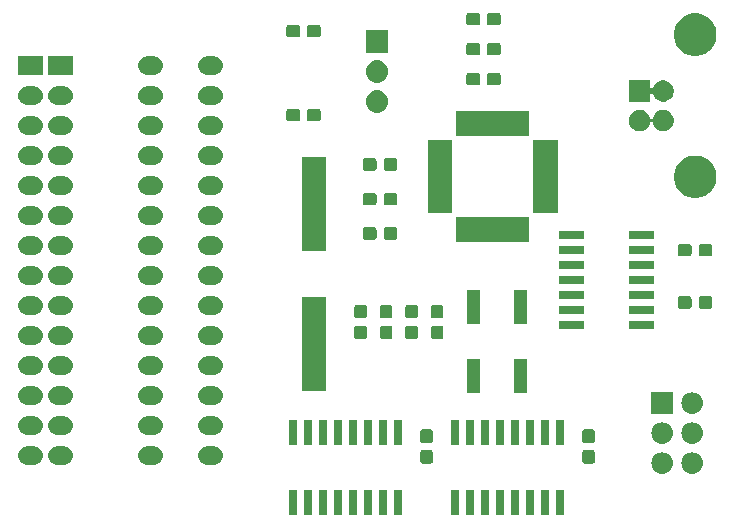
<source format=gts>
G04 #@! TF.GenerationSoftware,KiCad,Pcbnew,(5.1.0)-1*
G04 #@! TF.CreationDate,2019-05-24T23:33:48-04:00*
G04 #@! TF.ProjectId,f-ramune_avr,662d7261-6d75-46e6-955f-6176722e6b69,rev?*
G04 #@! TF.SameCoordinates,Original*
G04 #@! TF.FileFunction,Soldermask,Top*
G04 #@! TF.FilePolarity,Negative*
%FSLAX46Y46*%
G04 Gerber Fmt 4.6, Leading zero omitted, Abs format (unit mm)*
G04 Created by KiCad (PCBNEW (5.1.0)-1) date 2019-05-24 23:33:48*
%MOMM*%
%LPD*%
G04 APERTURE LIST*
%ADD10C,0.100000*%
G04 APERTURE END LIST*
D10*
G36*
X138527000Y-126941000D02*
G01*
X137825000Y-126941000D01*
X137825000Y-124839000D01*
X138527000Y-124839000D01*
X138527000Y-126941000D01*
X138527000Y-126941000D01*
G37*
G36*
X152243000Y-126941000D02*
G01*
X151541000Y-126941000D01*
X151541000Y-124839000D01*
X152243000Y-124839000D01*
X152243000Y-126941000D01*
X152243000Y-126941000D01*
G37*
G36*
X129637000Y-126941000D02*
G01*
X128935000Y-126941000D01*
X128935000Y-124839000D01*
X129637000Y-124839000D01*
X129637000Y-126941000D01*
X129637000Y-126941000D01*
G37*
G36*
X130907000Y-126941000D02*
G01*
X130205000Y-126941000D01*
X130205000Y-124839000D01*
X130907000Y-124839000D01*
X130907000Y-126941000D01*
X130907000Y-126941000D01*
G37*
G36*
X132177000Y-126941000D02*
G01*
X131475000Y-126941000D01*
X131475000Y-124839000D01*
X132177000Y-124839000D01*
X132177000Y-126941000D01*
X132177000Y-126941000D01*
G37*
G36*
X133447000Y-126941000D02*
G01*
X132745000Y-126941000D01*
X132745000Y-124839000D01*
X133447000Y-124839000D01*
X133447000Y-126941000D01*
X133447000Y-126941000D01*
G37*
G36*
X134717000Y-126941000D02*
G01*
X134015000Y-126941000D01*
X134015000Y-124839000D01*
X134717000Y-124839000D01*
X134717000Y-126941000D01*
X134717000Y-126941000D01*
G37*
G36*
X135987000Y-126941000D02*
G01*
X135285000Y-126941000D01*
X135285000Y-124839000D01*
X135987000Y-124839000D01*
X135987000Y-126941000D01*
X135987000Y-126941000D01*
G37*
G36*
X137257000Y-126941000D02*
G01*
X136555000Y-126941000D01*
X136555000Y-124839000D01*
X137257000Y-124839000D01*
X137257000Y-126941000D01*
X137257000Y-126941000D01*
G37*
G36*
X143353000Y-126941000D02*
G01*
X142651000Y-126941000D01*
X142651000Y-124839000D01*
X143353000Y-124839000D01*
X143353000Y-126941000D01*
X143353000Y-126941000D01*
G37*
G36*
X144623000Y-126941000D02*
G01*
X143921000Y-126941000D01*
X143921000Y-124839000D01*
X144623000Y-124839000D01*
X144623000Y-126941000D01*
X144623000Y-126941000D01*
G37*
G36*
X145893000Y-126941000D02*
G01*
X145191000Y-126941000D01*
X145191000Y-124839000D01*
X145893000Y-124839000D01*
X145893000Y-126941000D01*
X145893000Y-126941000D01*
G37*
G36*
X147163000Y-126941000D02*
G01*
X146461000Y-126941000D01*
X146461000Y-124839000D01*
X147163000Y-124839000D01*
X147163000Y-126941000D01*
X147163000Y-126941000D01*
G37*
G36*
X148433000Y-126941000D02*
G01*
X147731000Y-126941000D01*
X147731000Y-124839000D01*
X148433000Y-124839000D01*
X148433000Y-126941000D01*
X148433000Y-126941000D01*
G37*
G36*
X149703000Y-126941000D02*
G01*
X149001000Y-126941000D01*
X149001000Y-124839000D01*
X149703000Y-124839000D01*
X149703000Y-126941000D01*
X149703000Y-126941000D01*
G37*
G36*
X150973000Y-126941000D02*
G01*
X150271000Y-126941000D01*
X150271000Y-124839000D01*
X150973000Y-124839000D01*
X150973000Y-126941000D01*
X150973000Y-126941000D01*
G37*
G36*
X160638442Y-121660518D02*
G01*
X160704627Y-121667037D01*
X160874466Y-121718557D01*
X161030991Y-121802222D01*
X161066729Y-121831552D01*
X161168186Y-121914814D01*
X161251448Y-122016271D01*
X161280778Y-122052009D01*
X161364443Y-122208534D01*
X161415963Y-122378373D01*
X161433359Y-122555000D01*
X161415963Y-122731627D01*
X161364443Y-122901466D01*
X161280778Y-123057991D01*
X161251448Y-123093729D01*
X161168186Y-123195186D01*
X161066729Y-123278448D01*
X161030991Y-123307778D01*
X160874466Y-123391443D01*
X160704627Y-123442963D01*
X160638442Y-123449482D01*
X160572260Y-123456000D01*
X160483740Y-123456000D01*
X160417558Y-123449482D01*
X160351373Y-123442963D01*
X160181534Y-123391443D01*
X160025009Y-123307778D01*
X159989271Y-123278448D01*
X159887814Y-123195186D01*
X159804552Y-123093729D01*
X159775222Y-123057991D01*
X159691557Y-122901466D01*
X159640037Y-122731627D01*
X159622641Y-122555000D01*
X159640037Y-122378373D01*
X159691557Y-122208534D01*
X159775222Y-122052009D01*
X159804552Y-122016271D01*
X159887814Y-121914814D01*
X159989271Y-121831552D01*
X160025009Y-121802222D01*
X160181534Y-121718557D01*
X160351373Y-121667037D01*
X160417558Y-121660518D01*
X160483740Y-121654000D01*
X160572260Y-121654000D01*
X160638442Y-121660518D01*
X160638442Y-121660518D01*
G37*
G36*
X163178442Y-121660518D02*
G01*
X163244627Y-121667037D01*
X163414466Y-121718557D01*
X163570991Y-121802222D01*
X163606729Y-121831552D01*
X163708186Y-121914814D01*
X163791448Y-122016271D01*
X163820778Y-122052009D01*
X163904443Y-122208534D01*
X163955963Y-122378373D01*
X163973359Y-122555000D01*
X163955963Y-122731627D01*
X163904443Y-122901466D01*
X163820778Y-123057991D01*
X163791448Y-123093729D01*
X163708186Y-123195186D01*
X163606729Y-123278448D01*
X163570991Y-123307778D01*
X163414466Y-123391443D01*
X163244627Y-123442963D01*
X163178442Y-123449482D01*
X163112260Y-123456000D01*
X163023740Y-123456000D01*
X162957558Y-123449482D01*
X162891373Y-123442963D01*
X162721534Y-123391443D01*
X162565009Y-123307778D01*
X162529271Y-123278448D01*
X162427814Y-123195186D01*
X162344552Y-123093729D01*
X162315222Y-123057991D01*
X162231557Y-122901466D01*
X162180037Y-122731627D01*
X162162641Y-122555000D01*
X162180037Y-122378373D01*
X162231557Y-122208534D01*
X162315222Y-122052009D01*
X162344552Y-122016271D01*
X162427814Y-121914814D01*
X162529271Y-121831552D01*
X162565009Y-121802222D01*
X162721534Y-121718557D01*
X162891373Y-121667037D01*
X162957558Y-121660518D01*
X163023740Y-121654000D01*
X163112260Y-121654000D01*
X163178442Y-121660518D01*
X163178442Y-121660518D01*
G37*
G36*
X122656629Y-121152719D02*
G01*
X122732142Y-121160156D01*
X122877476Y-121204243D01*
X122877479Y-121204244D01*
X123011416Y-121275835D01*
X123128817Y-121372183D01*
X123225165Y-121489584D01*
X123296756Y-121623521D01*
X123296757Y-121623524D01*
X123340844Y-121768858D01*
X123355730Y-121920000D01*
X123340844Y-122071142D01*
X123299167Y-122208532D01*
X123296756Y-122216479D01*
X123225165Y-122350416D01*
X123128817Y-122467817D01*
X123011416Y-122564165D01*
X122877479Y-122635756D01*
X122877476Y-122635757D01*
X122732142Y-122679844D01*
X122656629Y-122687281D01*
X122618873Y-122691000D01*
X121983127Y-122691000D01*
X121945371Y-122687281D01*
X121869858Y-122679844D01*
X121724524Y-122635757D01*
X121724521Y-122635756D01*
X121590584Y-122564165D01*
X121473183Y-122467817D01*
X121376835Y-122350416D01*
X121305244Y-122216479D01*
X121302833Y-122208532D01*
X121261156Y-122071142D01*
X121246270Y-121920000D01*
X121261156Y-121768858D01*
X121305243Y-121623524D01*
X121305244Y-121623521D01*
X121376835Y-121489584D01*
X121473183Y-121372183D01*
X121590584Y-121275835D01*
X121724521Y-121204244D01*
X121724524Y-121204243D01*
X121869858Y-121160156D01*
X121945371Y-121152719D01*
X121983127Y-121149000D01*
X122618873Y-121149000D01*
X122656629Y-121152719D01*
X122656629Y-121152719D01*
G37*
G36*
X109956629Y-121152719D02*
G01*
X110032142Y-121160156D01*
X110177476Y-121204243D01*
X110177479Y-121204244D01*
X110311416Y-121275835D01*
X110428817Y-121372183D01*
X110525165Y-121489584D01*
X110596756Y-121623521D01*
X110596757Y-121623524D01*
X110640844Y-121768858D01*
X110655730Y-121920000D01*
X110640844Y-122071142D01*
X110599167Y-122208532D01*
X110596756Y-122216479D01*
X110525165Y-122350416D01*
X110428817Y-122467817D01*
X110311416Y-122564165D01*
X110177479Y-122635756D01*
X110177476Y-122635757D01*
X110032142Y-122679844D01*
X109956629Y-122687281D01*
X109918873Y-122691000D01*
X109283127Y-122691000D01*
X109245371Y-122687281D01*
X109169858Y-122679844D01*
X109024524Y-122635757D01*
X109024521Y-122635756D01*
X108890584Y-122564165D01*
X108773183Y-122467817D01*
X108676835Y-122350416D01*
X108605244Y-122216479D01*
X108602833Y-122208532D01*
X108561156Y-122071142D01*
X108546270Y-121920000D01*
X108561156Y-121768858D01*
X108605243Y-121623524D01*
X108605244Y-121623521D01*
X108676835Y-121489584D01*
X108773183Y-121372183D01*
X108890584Y-121275835D01*
X109024521Y-121204244D01*
X109024524Y-121204243D01*
X109169858Y-121160156D01*
X109245371Y-121152719D01*
X109283127Y-121149000D01*
X109918873Y-121149000D01*
X109956629Y-121152719D01*
X109956629Y-121152719D01*
G37*
G36*
X117576629Y-121152719D02*
G01*
X117652142Y-121160156D01*
X117797476Y-121204243D01*
X117797479Y-121204244D01*
X117931416Y-121275835D01*
X118048817Y-121372183D01*
X118145165Y-121489584D01*
X118216756Y-121623521D01*
X118216757Y-121623524D01*
X118260844Y-121768858D01*
X118275730Y-121920000D01*
X118260844Y-122071142D01*
X118219167Y-122208532D01*
X118216756Y-122216479D01*
X118145165Y-122350416D01*
X118048817Y-122467817D01*
X117931416Y-122564165D01*
X117797479Y-122635756D01*
X117797476Y-122635757D01*
X117652142Y-122679844D01*
X117576629Y-122687281D01*
X117538873Y-122691000D01*
X116903127Y-122691000D01*
X116865371Y-122687281D01*
X116789858Y-122679844D01*
X116644524Y-122635757D01*
X116644521Y-122635756D01*
X116510584Y-122564165D01*
X116393183Y-122467817D01*
X116296835Y-122350416D01*
X116225244Y-122216479D01*
X116222833Y-122208532D01*
X116181156Y-122071142D01*
X116166270Y-121920000D01*
X116181156Y-121768858D01*
X116225243Y-121623524D01*
X116225244Y-121623521D01*
X116296835Y-121489584D01*
X116393183Y-121372183D01*
X116510584Y-121275835D01*
X116644521Y-121204244D01*
X116644524Y-121204243D01*
X116789858Y-121160156D01*
X116865371Y-121152719D01*
X116903127Y-121149000D01*
X117538873Y-121149000D01*
X117576629Y-121152719D01*
X117576629Y-121152719D01*
G37*
G36*
X107416629Y-121152719D02*
G01*
X107492142Y-121160156D01*
X107637476Y-121204243D01*
X107637479Y-121204244D01*
X107771416Y-121275835D01*
X107888817Y-121372183D01*
X107985165Y-121489584D01*
X108056756Y-121623521D01*
X108056757Y-121623524D01*
X108100844Y-121768858D01*
X108115730Y-121920000D01*
X108100844Y-122071142D01*
X108059167Y-122208532D01*
X108056756Y-122216479D01*
X107985165Y-122350416D01*
X107888817Y-122467817D01*
X107771416Y-122564165D01*
X107637479Y-122635756D01*
X107637476Y-122635757D01*
X107492142Y-122679844D01*
X107416629Y-122687281D01*
X107378873Y-122691000D01*
X106743127Y-122691000D01*
X106705371Y-122687281D01*
X106629858Y-122679844D01*
X106484524Y-122635757D01*
X106484521Y-122635756D01*
X106350584Y-122564165D01*
X106233183Y-122467817D01*
X106136835Y-122350416D01*
X106065244Y-122216479D01*
X106062833Y-122208532D01*
X106021156Y-122071142D01*
X106006270Y-121920000D01*
X106021156Y-121768858D01*
X106065243Y-121623524D01*
X106065244Y-121623521D01*
X106136835Y-121489584D01*
X106233183Y-121372183D01*
X106350584Y-121275835D01*
X106484521Y-121204244D01*
X106484524Y-121204243D01*
X106629858Y-121160156D01*
X106705371Y-121152719D01*
X106743127Y-121149000D01*
X107378873Y-121149000D01*
X107416629Y-121152719D01*
X107416629Y-121152719D01*
G37*
G36*
X140953499Y-121461445D02*
G01*
X140990995Y-121472820D01*
X141025554Y-121491292D01*
X141055847Y-121516153D01*
X141080708Y-121546446D01*
X141099180Y-121581005D01*
X141110555Y-121618501D01*
X141115000Y-121663638D01*
X141115000Y-122402362D01*
X141110555Y-122447499D01*
X141099180Y-122484995D01*
X141080708Y-122519554D01*
X141055847Y-122549847D01*
X141025554Y-122574708D01*
X140990995Y-122593180D01*
X140953499Y-122604555D01*
X140908362Y-122609000D01*
X140269638Y-122609000D01*
X140224501Y-122604555D01*
X140187005Y-122593180D01*
X140152446Y-122574708D01*
X140122153Y-122549847D01*
X140097292Y-122519554D01*
X140078820Y-122484995D01*
X140067445Y-122447499D01*
X140063000Y-122402362D01*
X140063000Y-121663638D01*
X140067445Y-121618501D01*
X140078820Y-121581005D01*
X140097292Y-121546446D01*
X140122153Y-121516153D01*
X140152446Y-121491292D01*
X140187005Y-121472820D01*
X140224501Y-121461445D01*
X140269638Y-121457000D01*
X140908362Y-121457000D01*
X140953499Y-121461445D01*
X140953499Y-121461445D01*
G37*
G36*
X154669499Y-121461445D02*
G01*
X154706995Y-121472820D01*
X154741554Y-121491292D01*
X154771847Y-121516153D01*
X154796708Y-121546446D01*
X154815180Y-121581005D01*
X154826555Y-121618501D01*
X154831000Y-121663638D01*
X154831000Y-122402362D01*
X154826555Y-122447499D01*
X154815180Y-122484995D01*
X154796708Y-122519554D01*
X154771847Y-122549847D01*
X154741554Y-122574708D01*
X154706995Y-122593180D01*
X154669499Y-122604555D01*
X154624362Y-122609000D01*
X153985638Y-122609000D01*
X153940501Y-122604555D01*
X153903005Y-122593180D01*
X153868446Y-122574708D01*
X153838153Y-122549847D01*
X153813292Y-122519554D01*
X153794820Y-122484995D01*
X153783445Y-122447499D01*
X153779000Y-122402362D01*
X153779000Y-121663638D01*
X153783445Y-121618501D01*
X153794820Y-121581005D01*
X153813292Y-121546446D01*
X153838153Y-121516153D01*
X153868446Y-121491292D01*
X153903005Y-121472820D01*
X153940501Y-121461445D01*
X153985638Y-121457000D01*
X154624362Y-121457000D01*
X154669499Y-121461445D01*
X154669499Y-121461445D01*
G37*
G36*
X145893000Y-121033000D02*
G01*
X145191000Y-121033000D01*
X145191000Y-118931000D01*
X145893000Y-118931000D01*
X145893000Y-121033000D01*
X145893000Y-121033000D01*
G37*
G36*
X144623000Y-121033000D02*
G01*
X143921000Y-121033000D01*
X143921000Y-118931000D01*
X144623000Y-118931000D01*
X144623000Y-121033000D01*
X144623000Y-121033000D01*
G37*
G36*
X152243000Y-121033000D02*
G01*
X151541000Y-121033000D01*
X151541000Y-118931000D01*
X152243000Y-118931000D01*
X152243000Y-121033000D01*
X152243000Y-121033000D01*
G37*
G36*
X147163000Y-121033000D02*
G01*
X146461000Y-121033000D01*
X146461000Y-118931000D01*
X147163000Y-118931000D01*
X147163000Y-121033000D01*
X147163000Y-121033000D01*
G37*
G36*
X143353000Y-121033000D02*
G01*
X142651000Y-121033000D01*
X142651000Y-118931000D01*
X143353000Y-118931000D01*
X143353000Y-121033000D01*
X143353000Y-121033000D01*
G37*
G36*
X150973000Y-121033000D02*
G01*
X150271000Y-121033000D01*
X150271000Y-118931000D01*
X150973000Y-118931000D01*
X150973000Y-121033000D01*
X150973000Y-121033000D01*
G37*
G36*
X138527000Y-121033000D02*
G01*
X137825000Y-121033000D01*
X137825000Y-118931000D01*
X138527000Y-118931000D01*
X138527000Y-121033000D01*
X138527000Y-121033000D01*
G37*
G36*
X135987000Y-121033000D02*
G01*
X135285000Y-121033000D01*
X135285000Y-118931000D01*
X135987000Y-118931000D01*
X135987000Y-121033000D01*
X135987000Y-121033000D01*
G37*
G36*
X148433000Y-121033000D02*
G01*
X147731000Y-121033000D01*
X147731000Y-118931000D01*
X148433000Y-118931000D01*
X148433000Y-121033000D01*
X148433000Y-121033000D01*
G37*
G36*
X134717000Y-121033000D02*
G01*
X134015000Y-121033000D01*
X134015000Y-118931000D01*
X134717000Y-118931000D01*
X134717000Y-121033000D01*
X134717000Y-121033000D01*
G37*
G36*
X129637000Y-121033000D02*
G01*
X128935000Y-121033000D01*
X128935000Y-118931000D01*
X129637000Y-118931000D01*
X129637000Y-121033000D01*
X129637000Y-121033000D01*
G37*
G36*
X137257000Y-121033000D02*
G01*
X136555000Y-121033000D01*
X136555000Y-118931000D01*
X137257000Y-118931000D01*
X137257000Y-121033000D01*
X137257000Y-121033000D01*
G37*
G36*
X130907000Y-121033000D02*
G01*
X130205000Y-121033000D01*
X130205000Y-118931000D01*
X130907000Y-118931000D01*
X130907000Y-121033000D01*
X130907000Y-121033000D01*
G37*
G36*
X133447000Y-121033000D02*
G01*
X132745000Y-121033000D01*
X132745000Y-118931000D01*
X133447000Y-118931000D01*
X133447000Y-121033000D01*
X133447000Y-121033000D01*
G37*
G36*
X149703000Y-121033000D02*
G01*
X149001000Y-121033000D01*
X149001000Y-118931000D01*
X149703000Y-118931000D01*
X149703000Y-121033000D01*
X149703000Y-121033000D01*
G37*
G36*
X132177000Y-121033000D02*
G01*
X131475000Y-121033000D01*
X131475000Y-118931000D01*
X132177000Y-118931000D01*
X132177000Y-121033000D01*
X132177000Y-121033000D01*
G37*
G36*
X163178443Y-119120519D02*
G01*
X163244627Y-119127037D01*
X163414466Y-119178557D01*
X163570991Y-119262222D01*
X163606729Y-119291552D01*
X163708186Y-119374814D01*
X163791448Y-119476271D01*
X163820778Y-119512009D01*
X163904443Y-119668534D01*
X163955963Y-119838373D01*
X163973359Y-120015000D01*
X163955963Y-120191627D01*
X163904443Y-120361466D01*
X163820778Y-120517991D01*
X163791448Y-120553729D01*
X163708186Y-120655186D01*
X163610937Y-120734995D01*
X163570991Y-120767778D01*
X163570989Y-120767779D01*
X163437783Y-120838980D01*
X163414466Y-120851443D01*
X163244627Y-120902963D01*
X163178442Y-120909482D01*
X163112260Y-120916000D01*
X163023740Y-120916000D01*
X162957558Y-120909482D01*
X162891373Y-120902963D01*
X162721534Y-120851443D01*
X162698218Y-120838980D01*
X162565011Y-120767779D01*
X162565009Y-120767778D01*
X162525063Y-120734995D01*
X162427814Y-120655186D01*
X162344552Y-120553729D01*
X162315222Y-120517991D01*
X162231557Y-120361466D01*
X162180037Y-120191627D01*
X162162641Y-120015000D01*
X162180037Y-119838373D01*
X162231557Y-119668534D01*
X162315222Y-119512009D01*
X162344552Y-119476271D01*
X162427814Y-119374814D01*
X162529271Y-119291552D01*
X162565009Y-119262222D01*
X162721534Y-119178557D01*
X162891373Y-119127037D01*
X162957557Y-119120519D01*
X163023740Y-119114000D01*
X163112260Y-119114000D01*
X163178443Y-119120519D01*
X163178443Y-119120519D01*
G37*
G36*
X160638443Y-119120519D02*
G01*
X160704627Y-119127037D01*
X160874466Y-119178557D01*
X161030991Y-119262222D01*
X161066729Y-119291552D01*
X161168186Y-119374814D01*
X161251448Y-119476271D01*
X161280778Y-119512009D01*
X161364443Y-119668534D01*
X161415963Y-119838373D01*
X161433359Y-120015000D01*
X161415963Y-120191627D01*
X161364443Y-120361466D01*
X161280778Y-120517991D01*
X161251448Y-120553729D01*
X161168186Y-120655186D01*
X161070937Y-120734995D01*
X161030991Y-120767778D01*
X161030989Y-120767779D01*
X160897783Y-120838980D01*
X160874466Y-120851443D01*
X160704627Y-120902963D01*
X160638442Y-120909482D01*
X160572260Y-120916000D01*
X160483740Y-120916000D01*
X160417558Y-120909482D01*
X160351373Y-120902963D01*
X160181534Y-120851443D01*
X160158218Y-120838980D01*
X160025011Y-120767779D01*
X160025009Y-120767778D01*
X159985063Y-120734995D01*
X159887814Y-120655186D01*
X159804552Y-120553729D01*
X159775222Y-120517991D01*
X159691557Y-120361466D01*
X159640037Y-120191627D01*
X159622641Y-120015000D01*
X159640037Y-119838373D01*
X159691557Y-119668534D01*
X159775222Y-119512009D01*
X159804552Y-119476271D01*
X159887814Y-119374814D01*
X159989271Y-119291552D01*
X160025009Y-119262222D01*
X160181534Y-119178557D01*
X160351373Y-119127037D01*
X160417557Y-119120519D01*
X160483740Y-119114000D01*
X160572260Y-119114000D01*
X160638443Y-119120519D01*
X160638443Y-119120519D01*
G37*
G36*
X140953499Y-119711445D02*
G01*
X140990995Y-119722820D01*
X141025554Y-119741292D01*
X141055847Y-119766153D01*
X141080708Y-119796446D01*
X141099180Y-119831005D01*
X141110555Y-119868501D01*
X141115000Y-119913638D01*
X141115000Y-120652362D01*
X141110555Y-120697499D01*
X141099180Y-120734995D01*
X141080708Y-120769554D01*
X141055847Y-120799847D01*
X141025554Y-120824708D01*
X140990995Y-120843180D01*
X140953499Y-120854555D01*
X140908362Y-120859000D01*
X140269638Y-120859000D01*
X140224501Y-120854555D01*
X140187005Y-120843180D01*
X140152446Y-120824708D01*
X140122153Y-120799847D01*
X140097292Y-120769554D01*
X140078820Y-120734995D01*
X140067445Y-120697499D01*
X140063000Y-120652362D01*
X140063000Y-119913638D01*
X140067445Y-119868501D01*
X140078820Y-119831005D01*
X140097292Y-119796446D01*
X140122153Y-119766153D01*
X140152446Y-119741292D01*
X140187005Y-119722820D01*
X140224501Y-119711445D01*
X140269638Y-119707000D01*
X140908362Y-119707000D01*
X140953499Y-119711445D01*
X140953499Y-119711445D01*
G37*
G36*
X154669499Y-119711445D02*
G01*
X154706995Y-119722820D01*
X154741554Y-119741292D01*
X154771847Y-119766153D01*
X154796708Y-119796446D01*
X154815180Y-119831005D01*
X154826555Y-119868501D01*
X154831000Y-119913638D01*
X154831000Y-120652362D01*
X154826555Y-120697499D01*
X154815180Y-120734995D01*
X154796708Y-120769554D01*
X154771847Y-120799847D01*
X154741554Y-120824708D01*
X154706995Y-120843180D01*
X154669499Y-120854555D01*
X154624362Y-120859000D01*
X153985638Y-120859000D01*
X153940501Y-120854555D01*
X153903005Y-120843180D01*
X153868446Y-120824708D01*
X153838153Y-120799847D01*
X153813292Y-120769554D01*
X153794820Y-120734995D01*
X153783445Y-120697499D01*
X153779000Y-120652362D01*
X153779000Y-119913638D01*
X153783445Y-119868501D01*
X153794820Y-119831005D01*
X153813292Y-119796446D01*
X153838153Y-119766153D01*
X153868446Y-119741292D01*
X153903005Y-119722820D01*
X153940501Y-119711445D01*
X153985638Y-119707000D01*
X154624362Y-119707000D01*
X154669499Y-119711445D01*
X154669499Y-119711445D01*
G37*
G36*
X122656629Y-118612719D02*
G01*
X122732142Y-118620156D01*
X122877476Y-118664243D01*
X122877479Y-118664244D01*
X123011416Y-118735835D01*
X123128817Y-118832183D01*
X123225165Y-118949584D01*
X123296756Y-119083521D01*
X123296757Y-119083524D01*
X123340844Y-119228858D01*
X123355730Y-119380000D01*
X123340844Y-119531142D01*
X123299167Y-119668532D01*
X123296756Y-119676479D01*
X123225165Y-119810416D01*
X123128817Y-119927817D01*
X123011416Y-120024165D01*
X122877479Y-120095756D01*
X122877476Y-120095757D01*
X122732142Y-120139844D01*
X122656629Y-120147281D01*
X122618873Y-120151000D01*
X121983127Y-120151000D01*
X121945371Y-120147281D01*
X121869858Y-120139844D01*
X121724524Y-120095757D01*
X121724521Y-120095756D01*
X121590584Y-120024165D01*
X121473183Y-119927817D01*
X121376835Y-119810416D01*
X121305244Y-119676479D01*
X121302833Y-119668532D01*
X121261156Y-119531142D01*
X121246270Y-119380000D01*
X121261156Y-119228858D01*
X121305243Y-119083524D01*
X121305244Y-119083521D01*
X121376835Y-118949584D01*
X121473183Y-118832183D01*
X121590584Y-118735835D01*
X121724521Y-118664244D01*
X121724524Y-118664243D01*
X121869858Y-118620156D01*
X121945371Y-118612719D01*
X121983127Y-118609000D01*
X122618873Y-118609000D01*
X122656629Y-118612719D01*
X122656629Y-118612719D01*
G37*
G36*
X109956629Y-118612719D02*
G01*
X110032142Y-118620156D01*
X110177476Y-118664243D01*
X110177479Y-118664244D01*
X110311416Y-118735835D01*
X110428817Y-118832183D01*
X110525165Y-118949584D01*
X110596756Y-119083521D01*
X110596757Y-119083524D01*
X110640844Y-119228858D01*
X110655730Y-119380000D01*
X110640844Y-119531142D01*
X110599167Y-119668532D01*
X110596756Y-119676479D01*
X110525165Y-119810416D01*
X110428817Y-119927817D01*
X110311416Y-120024165D01*
X110177479Y-120095756D01*
X110177476Y-120095757D01*
X110032142Y-120139844D01*
X109956629Y-120147281D01*
X109918873Y-120151000D01*
X109283127Y-120151000D01*
X109245371Y-120147281D01*
X109169858Y-120139844D01*
X109024524Y-120095757D01*
X109024521Y-120095756D01*
X108890584Y-120024165D01*
X108773183Y-119927817D01*
X108676835Y-119810416D01*
X108605244Y-119676479D01*
X108602833Y-119668532D01*
X108561156Y-119531142D01*
X108546270Y-119380000D01*
X108561156Y-119228858D01*
X108605243Y-119083524D01*
X108605244Y-119083521D01*
X108676835Y-118949584D01*
X108773183Y-118832183D01*
X108890584Y-118735835D01*
X109024521Y-118664244D01*
X109024524Y-118664243D01*
X109169858Y-118620156D01*
X109245371Y-118612719D01*
X109283127Y-118609000D01*
X109918873Y-118609000D01*
X109956629Y-118612719D01*
X109956629Y-118612719D01*
G37*
G36*
X117576629Y-118612719D02*
G01*
X117652142Y-118620156D01*
X117797476Y-118664243D01*
X117797479Y-118664244D01*
X117931416Y-118735835D01*
X118048817Y-118832183D01*
X118145165Y-118949584D01*
X118216756Y-119083521D01*
X118216757Y-119083524D01*
X118260844Y-119228858D01*
X118275730Y-119380000D01*
X118260844Y-119531142D01*
X118219167Y-119668532D01*
X118216756Y-119676479D01*
X118145165Y-119810416D01*
X118048817Y-119927817D01*
X117931416Y-120024165D01*
X117797479Y-120095756D01*
X117797476Y-120095757D01*
X117652142Y-120139844D01*
X117576629Y-120147281D01*
X117538873Y-120151000D01*
X116903127Y-120151000D01*
X116865371Y-120147281D01*
X116789858Y-120139844D01*
X116644524Y-120095757D01*
X116644521Y-120095756D01*
X116510584Y-120024165D01*
X116393183Y-119927817D01*
X116296835Y-119810416D01*
X116225244Y-119676479D01*
X116222833Y-119668532D01*
X116181156Y-119531142D01*
X116166270Y-119380000D01*
X116181156Y-119228858D01*
X116225243Y-119083524D01*
X116225244Y-119083521D01*
X116296835Y-118949584D01*
X116393183Y-118832183D01*
X116510584Y-118735835D01*
X116644521Y-118664244D01*
X116644524Y-118664243D01*
X116789858Y-118620156D01*
X116865371Y-118612719D01*
X116903127Y-118609000D01*
X117538873Y-118609000D01*
X117576629Y-118612719D01*
X117576629Y-118612719D01*
G37*
G36*
X107416629Y-118612719D02*
G01*
X107492142Y-118620156D01*
X107637476Y-118664243D01*
X107637479Y-118664244D01*
X107771416Y-118735835D01*
X107888817Y-118832183D01*
X107985165Y-118949584D01*
X108056756Y-119083521D01*
X108056757Y-119083524D01*
X108100844Y-119228858D01*
X108115730Y-119380000D01*
X108100844Y-119531142D01*
X108059167Y-119668532D01*
X108056756Y-119676479D01*
X107985165Y-119810416D01*
X107888817Y-119927817D01*
X107771416Y-120024165D01*
X107637479Y-120095756D01*
X107637476Y-120095757D01*
X107492142Y-120139844D01*
X107416629Y-120147281D01*
X107378873Y-120151000D01*
X106743127Y-120151000D01*
X106705371Y-120147281D01*
X106629858Y-120139844D01*
X106484524Y-120095757D01*
X106484521Y-120095756D01*
X106350584Y-120024165D01*
X106233183Y-119927817D01*
X106136835Y-119810416D01*
X106065244Y-119676479D01*
X106062833Y-119668532D01*
X106021156Y-119531142D01*
X106006270Y-119380000D01*
X106021156Y-119228858D01*
X106065243Y-119083524D01*
X106065244Y-119083521D01*
X106136835Y-118949584D01*
X106233183Y-118832183D01*
X106350584Y-118735835D01*
X106484521Y-118664244D01*
X106484524Y-118664243D01*
X106629858Y-118620156D01*
X106705371Y-118612719D01*
X106743127Y-118609000D01*
X107378873Y-118609000D01*
X107416629Y-118612719D01*
X107416629Y-118612719D01*
G37*
G36*
X161429000Y-118376000D02*
G01*
X159627000Y-118376000D01*
X159627000Y-116574000D01*
X161429000Y-116574000D01*
X161429000Y-118376000D01*
X161429000Y-118376000D01*
G37*
G36*
X163178443Y-116580519D02*
G01*
X163244627Y-116587037D01*
X163414466Y-116638557D01*
X163570991Y-116722222D01*
X163606729Y-116751552D01*
X163708186Y-116834814D01*
X163791448Y-116936271D01*
X163820778Y-116972009D01*
X163904443Y-117128534D01*
X163955963Y-117298373D01*
X163973359Y-117475000D01*
X163955963Y-117651627D01*
X163904443Y-117821466D01*
X163820778Y-117977991D01*
X163791448Y-118013729D01*
X163708186Y-118115186D01*
X163606729Y-118198448D01*
X163570991Y-118227778D01*
X163414466Y-118311443D01*
X163244627Y-118362963D01*
X163178442Y-118369482D01*
X163112260Y-118376000D01*
X163023740Y-118376000D01*
X162957558Y-118369482D01*
X162891373Y-118362963D01*
X162721534Y-118311443D01*
X162565009Y-118227778D01*
X162529271Y-118198448D01*
X162427814Y-118115186D01*
X162344552Y-118013729D01*
X162315222Y-117977991D01*
X162231557Y-117821466D01*
X162180037Y-117651627D01*
X162162641Y-117475000D01*
X162180037Y-117298373D01*
X162231557Y-117128534D01*
X162315222Y-116972009D01*
X162344552Y-116936271D01*
X162427814Y-116834814D01*
X162529271Y-116751552D01*
X162565009Y-116722222D01*
X162721534Y-116638557D01*
X162891373Y-116587037D01*
X162957557Y-116580519D01*
X163023740Y-116574000D01*
X163112260Y-116574000D01*
X163178443Y-116580519D01*
X163178443Y-116580519D01*
G37*
G36*
X117576629Y-116072719D02*
G01*
X117652142Y-116080156D01*
X117797476Y-116124243D01*
X117797479Y-116124244D01*
X117931416Y-116195835D01*
X118048817Y-116292183D01*
X118145165Y-116409584D01*
X118216756Y-116543521D01*
X118216757Y-116543524D01*
X118260844Y-116688858D01*
X118275730Y-116840000D01*
X118260844Y-116991142D01*
X118219167Y-117128532D01*
X118216756Y-117136479D01*
X118145165Y-117270416D01*
X118048817Y-117387817D01*
X117931416Y-117484165D01*
X117797479Y-117555756D01*
X117797476Y-117555757D01*
X117652142Y-117599844D01*
X117576629Y-117607281D01*
X117538873Y-117611000D01*
X116903127Y-117611000D01*
X116865371Y-117607281D01*
X116789858Y-117599844D01*
X116644524Y-117555757D01*
X116644521Y-117555756D01*
X116510584Y-117484165D01*
X116393183Y-117387817D01*
X116296835Y-117270416D01*
X116225244Y-117136479D01*
X116222833Y-117128532D01*
X116181156Y-116991142D01*
X116166270Y-116840000D01*
X116181156Y-116688858D01*
X116225243Y-116543524D01*
X116225244Y-116543521D01*
X116296835Y-116409584D01*
X116393183Y-116292183D01*
X116510584Y-116195835D01*
X116644521Y-116124244D01*
X116644524Y-116124243D01*
X116789858Y-116080156D01*
X116865371Y-116072719D01*
X116903127Y-116069000D01*
X117538873Y-116069000D01*
X117576629Y-116072719D01*
X117576629Y-116072719D01*
G37*
G36*
X107416629Y-116072719D02*
G01*
X107492142Y-116080156D01*
X107637476Y-116124243D01*
X107637479Y-116124244D01*
X107771416Y-116195835D01*
X107888817Y-116292183D01*
X107985165Y-116409584D01*
X108056756Y-116543521D01*
X108056757Y-116543524D01*
X108100844Y-116688858D01*
X108115730Y-116840000D01*
X108100844Y-116991142D01*
X108059167Y-117128532D01*
X108056756Y-117136479D01*
X107985165Y-117270416D01*
X107888817Y-117387817D01*
X107771416Y-117484165D01*
X107637479Y-117555756D01*
X107637476Y-117555757D01*
X107492142Y-117599844D01*
X107416629Y-117607281D01*
X107378873Y-117611000D01*
X106743127Y-117611000D01*
X106705371Y-117607281D01*
X106629858Y-117599844D01*
X106484524Y-117555757D01*
X106484521Y-117555756D01*
X106350584Y-117484165D01*
X106233183Y-117387817D01*
X106136835Y-117270416D01*
X106065244Y-117136479D01*
X106062833Y-117128532D01*
X106021156Y-116991142D01*
X106006270Y-116840000D01*
X106021156Y-116688858D01*
X106065243Y-116543524D01*
X106065244Y-116543521D01*
X106136835Y-116409584D01*
X106233183Y-116292183D01*
X106350584Y-116195835D01*
X106484521Y-116124244D01*
X106484524Y-116124243D01*
X106629858Y-116080156D01*
X106705371Y-116072719D01*
X106743127Y-116069000D01*
X107378873Y-116069000D01*
X107416629Y-116072719D01*
X107416629Y-116072719D01*
G37*
G36*
X109956629Y-116072719D02*
G01*
X110032142Y-116080156D01*
X110177476Y-116124243D01*
X110177479Y-116124244D01*
X110311416Y-116195835D01*
X110428817Y-116292183D01*
X110525165Y-116409584D01*
X110596756Y-116543521D01*
X110596757Y-116543524D01*
X110640844Y-116688858D01*
X110655730Y-116840000D01*
X110640844Y-116991142D01*
X110599167Y-117128532D01*
X110596756Y-117136479D01*
X110525165Y-117270416D01*
X110428817Y-117387817D01*
X110311416Y-117484165D01*
X110177479Y-117555756D01*
X110177476Y-117555757D01*
X110032142Y-117599844D01*
X109956629Y-117607281D01*
X109918873Y-117611000D01*
X109283127Y-117611000D01*
X109245371Y-117607281D01*
X109169858Y-117599844D01*
X109024524Y-117555757D01*
X109024521Y-117555756D01*
X108890584Y-117484165D01*
X108773183Y-117387817D01*
X108676835Y-117270416D01*
X108605244Y-117136479D01*
X108602833Y-117128532D01*
X108561156Y-116991142D01*
X108546270Y-116840000D01*
X108561156Y-116688858D01*
X108605243Y-116543524D01*
X108605244Y-116543521D01*
X108676835Y-116409584D01*
X108773183Y-116292183D01*
X108890584Y-116195835D01*
X109024521Y-116124244D01*
X109024524Y-116124243D01*
X109169858Y-116080156D01*
X109245371Y-116072719D01*
X109283127Y-116069000D01*
X109918873Y-116069000D01*
X109956629Y-116072719D01*
X109956629Y-116072719D01*
G37*
G36*
X122656629Y-116072719D02*
G01*
X122732142Y-116080156D01*
X122877476Y-116124243D01*
X122877479Y-116124244D01*
X123011416Y-116195835D01*
X123128817Y-116292183D01*
X123225165Y-116409584D01*
X123296756Y-116543521D01*
X123296757Y-116543524D01*
X123340844Y-116688858D01*
X123355730Y-116840000D01*
X123340844Y-116991142D01*
X123299167Y-117128532D01*
X123296756Y-117136479D01*
X123225165Y-117270416D01*
X123128817Y-117387817D01*
X123011416Y-117484165D01*
X122877479Y-117555756D01*
X122877476Y-117555757D01*
X122732142Y-117599844D01*
X122656629Y-117607281D01*
X122618873Y-117611000D01*
X121983127Y-117611000D01*
X121945371Y-117607281D01*
X121869858Y-117599844D01*
X121724524Y-117555757D01*
X121724521Y-117555756D01*
X121590584Y-117484165D01*
X121473183Y-117387817D01*
X121376835Y-117270416D01*
X121305244Y-117136479D01*
X121302833Y-117128532D01*
X121261156Y-116991142D01*
X121246270Y-116840000D01*
X121261156Y-116688858D01*
X121305243Y-116543524D01*
X121305244Y-116543521D01*
X121376835Y-116409584D01*
X121473183Y-116292183D01*
X121590584Y-116195835D01*
X121724521Y-116124244D01*
X121724524Y-116124243D01*
X121869858Y-116080156D01*
X121945371Y-116072719D01*
X121983127Y-116069000D01*
X122618873Y-116069000D01*
X122656629Y-116072719D01*
X122656629Y-116072719D01*
G37*
G36*
X149109000Y-116619000D02*
G01*
X148007000Y-116619000D01*
X148007000Y-113717000D01*
X149109000Y-113717000D01*
X149109000Y-116619000D01*
X149109000Y-116619000D01*
G37*
G36*
X145109000Y-116619000D02*
G01*
X144007000Y-116619000D01*
X144007000Y-113717000D01*
X145109000Y-113717000D01*
X145109000Y-116619000D01*
X145109000Y-116619000D01*
G37*
G36*
X132115000Y-116479000D02*
G01*
X130013000Y-116479000D01*
X130013000Y-108502000D01*
X132115000Y-108502000D01*
X132115000Y-116479000D01*
X132115000Y-116479000D01*
G37*
G36*
X109956629Y-113532719D02*
G01*
X110032142Y-113540156D01*
X110177476Y-113584243D01*
X110177479Y-113584244D01*
X110311416Y-113655835D01*
X110428817Y-113752183D01*
X110525165Y-113869584D01*
X110596756Y-114003521D01*
X110596757Y-114003524D01*
X110640844Y-114148858D01*
X110655730Y-114300000D01*
X110640844Y-114451142D01*
X110596757Y-114596476D01*
X110596756Y-114596479D01*
X110525165Y-114730416D01*
X110428817Y-114847817D01*
X110311416Y-114944165D01*
X110177479Y-115015756D01*
X110177476Y-115015757D01*
X110032142Y-115059844D01*
X109956629Y-115067281D01*
X109918873Y-115071000D01*
X109283127Y-115071000D01*
X109245371Y-115067281D01*
X109169858Y-115059844D01*
X109024524Y-115015757D01*
X109024521Y-115015756D01*
X108890584Y-114944165D01*
X108773183Y-114847817D01*
X108676835Y-114730416D01*
X108605244Y-114596479D01*
X108605243Y-114596476D01*
X108561156Y-114451142D01*
X108546270Y-114300000D01*
X108561156Y-114148858D01*
X108605243Y-114003524D01*
X108605244Y-114003521D01*
X108676835Y-113869584D01*
X108773183Y-113752183D01*
X108890584Y-113655835D01*
X109024521Y-113584244D01*
X109024524Y-113584243D01*
X109169858Y-113540156D01*
X109245371Y-113532719D01*
X109283127Y-113529000D01*
X109918873Y-113529000D01*
X109956629Y-113532719D01*
X109956629Y-113532719D01*
G37*
G36*
X122656629Y-113532719D02*
G01*
X122732142Y-113540156D01*
X122877476Y-113584243D01*
X122877479Y-113584244D01*
X123011416Y-113655835D01*
X123128817Y-113752183D01*
X123225165Y-113869584D01*
X123296756Y-114003521D01*
X123296757Y-114003524D01*
X123340844Y-114148858D01*
X123355730Y-114300000D01*
X123340844Y-114451142D01*
X123296757Y-114596476D01*
X123296756Y-114596479D01*
X123225165Y-114730416D01*
X123128817Y-114847817D01*
X123011416Y-114944165D01*
X122877479Y-115015756D01*
X122877476Y-115015757D01*
X122732142Y-115059844D01*
X122656629Y-115067281D01*
X122618873Y-115071000D01*
X121983127Y-115071000D01*
X121945371Y-115067281D01*
X121869858Y-115059844D01*
X121724524Y-115015757D01*
X121724521Y-115015756D01*
X121590584Y-114944165D01*
X121473183Y-114847817D01*
X121376835Y-114730416D01*
X121305244Y-114596479D01*
X121305243Y-114596476D01*
X121261156Y-114451142D01*
X121246270Y-114300000D01*
X121261156Y-114148858D01*
X121305243Y-114003524D01*
X121305244Y-114003521D01*
X121376835Y-113869584D01*
X121473183Y-113752183D01*
X121590584Y-113655835D01*
X121724521Y-113584244D01*
X121724524Y-113584243D01*
X121869858Y-113540156D01*
X121945371Y-113532719D01*
X121983127Y-113529000D01*
X122618873Y-113529000D01*
X122656629Y-113532719D01*
X122656629Y-113532719D01*
G37*
G36*
X117576629Y-113532719D02*
G01*
X117652142Y-113540156D01*
X117797476Y-113584243D01*
X117797479Y-113584244D01*
X117931416Y-113655835D01*
X118048817Y-113752183D01*
X118145165Y-113869584D01*
X118216756Y-114003521D01*
X118216757Y-114003524D01*
X118260844Y-114148858D01*
X118275730Y-114300000D01*
X118260844Y-114451142D01*
X118216757Y-114596476D01*
X118216756Y-114596479D01*
X118145165Y-114730416D01*
X118048817Y-114847817D01*
X117931416Y-114944165D01*
X117797479Y-115015756D01*
X117797476Y-115015757D01*
X117652142Y-115059844D01*
X117576629Y-115067281D01*
X117538873Y-115071000D01*
X116903127Y-115071000D01*
X116865371Y-115067281D01*
X116789858Y-115059844D01*
X116644524Y-115015757D01*
X116644521Y-115015756D01*
X116510584Y-114944165D01*
X116393183Y-114847817D01*
X116296835Y-114730416D01*
X116225244Y-114596479D01*
X116225243Y-114596476D01*
X116181156Y-114451142D01*
X116166270Y-114300000D01*
X116181156Y-114148858D01*
X116225243Y-114003524D01*
X116225244Y-114003521D01*
X116296835Y-113869584D01*
X116393183Y-113752183D01*
X116510584Y-113655835D01*
X116644521Y-113584244D01*
X116644524Y-113584243D01*
X116789858Y-113540156D01*
X116865371Y-113532719D01*
X116903127Y-113529000D01*
X117538873Y-113529000D01*
X117576629Y-113532719D01*
X117576629Y-113532719D01*
G37*
G36*
X107416629Y-113532719D02*
G01*
X107492142Y-113540156D01*
X107637476Y-113584243D01*
X107637479Y-113584244D01*
X107771416Y-113655835D01*
X107888817Y-113752183D01*
X107985165Y-113869584D01*
X108056756Y-114003521D01*
X108056757Y-114003524D01*
X108100844Y-114148858D01*
X108115730Y-114300000D01*
X108100844Y-114451142D01*
X108056757Y-114596476D01*
X108056756Y-114596479D01*
X107985165Y-114730416D01*
X107888817Y-114847817D01*
X107771416Y-114944165D01*
X107637479Y-115015756D01*
X107637476Y-115015757D01*
X107492142Y-115059844D01*
X107416629Y-115067281D01*
X107378873Y-115071000D01*
X106743127Y-115071000D01*
X106705371Y-115067281D01*
X106629858Y-115059844D01*
X106484524Y-115015757D01*
X106484521Y-115015756D01*
X106350584Y-114944165D01*
X106233183Y-114847817D01*
X106136835Y-114730416D01*
X106065244Y-114596479D01*
X106065243Y-114596476D01*
X106021156Y-114451142D01*
X106006270Y-114300000D01*
X106021156Y-114148858D01*
X106065243Y-114003524D01*
X106065244Y-114003521D01*
X106136835Y-113869584D01*
X106233183Y-113752183D01*
X106350584Y-113655835D01*
X106484521Y-113584244D01*
X106484524Y-113584243D01*
X106629858Y-113540156D01*
X106705371Y-113532719D01*
X106743127Y-113529000D01*
X107378873Y-113529000D01*
X107416629Y-113532719D01*
X107416629Y-113532719D01*
G37*
G36*
X122656629Y-110992719D02*
G01*
X122732142Y-111000156D01*
X122863505Y-111040005D01*
X122877479Y-111044244D01*
X123011416Y-111115835D01*
X123128817Y-111212183D01*
X123225165Y-111329584D01*
X123296756Y-111463521D01*
X123296757Y-111463524D01*
X123340844Y-111608858D01*
X123355730Y-111760000D01*
X123340844Y-111911142D01*
X123299334Y-112047980D01*
X123296756Y-112056479D01*
X123225165Y-112190416D01*
X123128817Y-112307817D01*
X123011416Y-112404165D01*
X122877479Y-112475756D01*
X122877476Y-112475757D01*
X122732142Y-112519844D01*
X122656629Y-112527281D01*
X122618873Y-112531000D01*
X121983127Y-112531000D01*
X121945371Y-112527281D01*
X121869858Y-112519844D01*
X121724524Y-112475757D01*
X121724521Y-112475756D01*
X121590584Y-112404165D01*
X121473183Y-112307817D01*
X121376835Y-112190416D01*
X121305244Y-112056479D01*
X121302666Y-112047980D01*
X121261156Y-111911142D01*
X121246270Y-111760000D01*
X121261156Y-111608858D01*
X121305243Y-111463524D01*
X121305244Y-111463521D01*
X121376835Y-111329584D01*
X121473183Y-111212183D01*
X121590584Y-111115835D01*
X121724521Y-111044244D01*
X121738495Y-111040005D01*
X121869858Y-111000156D01*
X121945371Y-110992719D01*
X121983127Y-110989000D01*
X122618873Y-110989000D01*
X122656629Y-110992719D01*
X122656629Y-110992719D01*
G37*
G36*
X117576629Y-110992719D02*
G01*
X117652142Y-111000156D01*
X117783505Y-111040005D01*
X117797479Y-111044244D01*
X117931416Y-111115835D01*
X118048817Y-111212183D01*
X118145165Y-111329584D01*
X118216756Y-111463521D01*
X118216757Y-111463524D01*
X118260844Y-111608858D01*
X118275730Y-111760000D01*
X118260844Y-111911142D01*
X118219334Y-112047980D01*
X118216756Y-112056479D01*
X118145165Y-112190416D01*
X118048817Y-112307817D01*
X117931416Y-112404165D01*
X117797479Y-112475756D01*
X117797476Y-112475757D01*
X117652142Y-112519844D01*
X117576629Y-112527281D01*
X117538873Y-112531000D01*
X116903127Y-112531000D01*
X116865371Y-112527281D01*
X116789858Y-112519844D01*
X116644524Y-112475757D01*
X116644521Y-112475756D01*
X116510584Y-112404165D01*
X116393183Y-112307817D01*
X116296835Y-112190416D01*
X116225244Y-112056479D01*
X116222666Y-112047980D01*
X116181156Y-111911142D01*
X116166270Y-111760000D01*
X116181156Y-111608858D01*
X116225243Y-111463524D01*
X116225244Y-111463521D01*
X116296835Y-111329584D01*
X116393183Y-111212183D01*
X116510584Y-111115835D01*
X116644521Y-111044244D01*
X116658495Y-111040005D01*
X116789858Y-111000156D01*
X116865371Y-110992719D01*
X116903127Y-110989000D01*
X117538873Y-110989000D01*
X117576629Y-110992719D01*
X117576629Y-110992719D01*
G37*
G36*
X107416629Y-110992719D02*
G01*
X107492142Y-111000156D01*
X107623505Y-111040005D01*
X107637479Y-111044244D01*
X107771416Y-111115835D01*
X107888817Y-111212183D01*
X107985165Y-111329584D01*
X108056756Y-111463521D01*
X108056757Y-111463524D01*
X108100844Y-111608858D01*
X108115730Y-111760000D01*
X108100844Y-111911142D01*
X108059334Y-112047980D01*
X108056756Y-112056479D01*
X107985165Y-112190416D01*
X107888817Y-112307817D01*
X107771416Y-112404165D01*
X107637479Y-112475756D01*
X107637476Y-112475757D01*
X107492142Y-112519844D01*
X107416629Y-112527281D01*
X107378873Y-112531000D01*
X106743127Y-112531000D01*
X106705371Y-112527281D01*
X106629858Y-112519844D01*
X106484524Y-112475757D01*
X106484521Y-112475756D01*
X106350584Y-112404165D01*
X106233183Y-112307817D01*
X106136835Y-112190416D01*
X106065244Y-112056479D01*
X106062666Y-112047980D01*
X106021156Y-111911142D01*
X106006270Y-111760000D01*
X106021156Y-111608858D01*
X106065243Y-111463524D01*
X106065244Y-111463521D01*
X106136835Y-111329584D01*
X106233183Y-111212183D01*
X106350584Y-111115835D01*
X106484521Y-111044244D01*
X106498495Y-111040005D01*
X106629858Y-111000156D01*
X106705371Y-110992719D01*
X106743127Y-110989000D01*
X107378873Y-110989000D01*
X107416629Y-110992719D01*
X107416629Y-110992719D01*
G37*
G36*
X109956629Y-110992719D02*
G01*
X110032142Y-111000156D01*
X110163505Y-111040005D01*
X110177479Y-111044244D01*
X110311416Y-111115835D01*
X110428817Y-111212183D01*
X110525165Y-111329584D01*
X110596756Y-111463521D01*
X110596757Y-111463524D01*
X110640844Y-111608858D01*
X110655730Y-111760000D01*
X110640844Y-111911142D01*
X110599334Y-112047980D01*
X110596756Y-112056479D01*
X110525165Y-112190416D01*
X110428817Y-112307817D01*
X110311416Y-112404165D01*
X110177479Y-112475756D01*
X110177476Y-112475757D01*
X110032142Y-112519844D01*
X109956629Y-112527281D01*
X109918873Y-112531000D01*
X109283127Y-112531000D01*
X109245371Y-112527281D01*
X109169858Y-112519844D01*
X109024524Y-112475757D01*
X109024521Y-112475756D01*
X108890584Y-112404165D01*
X108773183Y-112307817D01*
X108676835Y-112190416D01*
X108605244Y-112056479D01*
X108602666Y-112047980D01*
X108561156Y-111911142D01*
X108546270Y-111760000D01*
X108561156Y-111608858D01*
X108605243Y-111463524D01*
X108605244Y-111463521D01*
X108676835Y-111329584D01*
X108773183Y-111212183D01*
X108890584Y-111115835D01*
X109024521Y-111044244D01*
X109038495Y-111040005D01*
X109169858Y-111000156D01*
X109245371Y-110992719D01*
X109283127Y-110989000D01*
X109918873Y-110989000D01*
X109956629Y-110992719D01*
X109956629Y-110992719D01*
G37*
G36*
X137524499Y-110920445D02*
G01*
X137561995Y-110931820D01*
X137596554Y-110950292D01*
X137626847Y-110975153D01*
X137651708Y-111005446D01*
X137670180Y-111040005D01*
X137681555Y-111077501D01*
X137686000Y-111122638D01*
X137686000Y-111861362D01*
X137681555Y-111906499D01*
X137670180Y-111943995D01*
X137651708Y-111978554D01*
X137626847Y-112008847D01*
X137596554Y-112033708D01*
X137561995Y-112052180D01*
X137524499Y-112063555D01*
X137479362Y-112068000D01*
X136840638Y-112068000D01*
X136795501Y-112063555D01*
X136758005Y-112052180D01*
X136723446Y-112033708D01*
X136693153Y-112008847D01*
X136668292Y-111978554D01*
X136649820Y-111943995D01*
X136638445Y-111906499D01*
X136634000Y-111861362D01*
X136634000Y-111122638D01*
X136638445Y-111077501D01*
X136649820Y-111040005D01*
X136668292Y-111005446D01*
X136693153Y-110975153D01*
X136723446Y-110950292D01*
X136758005Y-110931820D01*
X136795501Y-110920445D01*
X136840638Y-110916000D01*
X137479362Y-110916000D01*
X137524499Y-110920445D01*
X137524499Y-110920445D01*
G37*
G36*
X141842499Y-110920445D02*
G01*
X141879995Y-110931820D01*
X141914554Y-110950292D01*
X141944847Y-110975153D01*
X141969708Y-111005446D01*
X141988180Y-111040005D01*
X141999555Y-111077501D01*
X142004000Y-111122638D01*
X142004000Y-111861362D01*
X141999555Y-111906499D01*
X141988180Y-111943995D01*
X141969708Y-111978554D01*
X141944847Y-112008847D01*
X141914554Y-112033708D01*
X141879995Y-112052180D01*
X141842499Y-112063555D01*
X141797362Y-112068000D01*
X141158638Y-112068000D01*
X141113501Y-112063555D01*
X141076005Y-112052180D01*
X141041446Y-112033708D01*
X141011153Y-112008847D01*
X140986292Y-111978554D01*
X140967820Y-111943995D01*
X140956445Y-111906499D01*
X140952000Y-111861362D01*
X140952000Y-111122638D01*
X140956445Y-111077501D01*
X140967820Y-111040005D01*
X140986292Y-111005446D01*
X141011153Y-110975153D01*
X141041446Y-110950292D01*
X141076005Y-110931820D01*
X141113501Y-110920445D01*
X141158638Y-110916000D01*
X141797362Y-110916000D01*
X141842499Y-110920445D01*
X141842499Y-110920445D01*
G37*
G36*
X139683499Y-110920445D02*
G01*
X139720995Y-110931820D01*
X139755554Y-110950292D01*
X139785847Y-110975153D01*
X139810708Y-111005446D01*
X139829180Y-111040005D01*
X139840555Y-111077501D01*
X139845000Y-111122638D01*
X139845000Y-111861362D01*
X139840555Y-111906499D01*
X139829180Y-111943995D01*
X139810708Y-111978554D01*
X139785847Y-112008847D01*
X139755554Y-112033708D01*
X139720995Y-112052180D01*
X139683499Y-112063555D01*
X139638362Y-112068000D01*
X138999638Y-112068000D01*
X138954501Y-112063555D01*
X138917005Y-112052180D01*
X138882446Y-112033708D01*
X138852153Y-112008847D01*
X138827292Y-111978554D01*
X138808820Y-111943995D01*
X138797445Y-111906499D01*
X138793000Y-111861362D01*
X138793000Y-111122638D01*
X138797445Y-111077501D01*
X138808820Y-111040005D01*
X138827292Y-111005446D01*
X138852153Y-110975153D01*
X138882446Y-110950292D01*
X138917005Y-110931820D01*
X138954501Y-110920445D01*
X138999638Y-110916000D01*
X139638362Y-110916000D01*
X139683499Y-110920445D01*
X139683499Y-110920445D01*
G37*
G36*
X135365499Y-110920445D02*
G01*
X135402995Y-110931820D01*
X135437554Y-110950292D01*
X135467847Y-110975153D01*
X135492708Y-111005446D01*
X135511180Y-111040005D01*
X135522555Y-111077501D01*
X135527000Y-111122638D01*
X135527000Y-111861362D01*
X135522555Y-111906499D01*
X135511180Y-111943995D01*
X135492708Y-111978554D01*
X135467847Y-112008847D01*
X135437554Y-112033708D01*
X135402995Y-112052180D01*
X135365499Y-112063555D01*
X135320362Y-112068000D01*
X134681638Y-112068000D01*
X134636501Y-112063555D01*
X134599005Y-112052180D01*
X134564446Y-112033708D01*
X134534153Y-112008847D01*
X134509292Y-111978554D01*
X134490820Y-111943995D01*
X134479445Y-111906499D01*
X134475000Y-111861362D01*
X134475000Y-111122638D01*
X134479445Y-111077501D01*
X134490820Y-111040005D01*
X134509292Y-111005446D01*
X134534153Y-110975153D01*
X134564446Y-110950292D01*
X134599005Y-110931820D01*
X134636501Y-110920445D01*
X134681638Y-110916000D01*
X135320362Y-110916000D01*
X135365499Y-110920445D01*
X135365499Y-110920445D01*
G37*
G36*
X159834000Y-111222000D02*
G01*
X157732000Y-111222000D01*
X157732000Y-110520000D01*
X159834000Y-110520000D01*
X159834000Y-111222000D01*
X159834000Y-111222000D01*
G37*
G36*
X153926000Y-111222000D02*
G01*
X151824000Y-111222000D01*
X151824000Y-110520000D01*
X153926000Y-110520000D01*
X153926000Y-111222000D01*
X153926000Y-111222000D01*
G37*
G36*
X149109000Y-110819000D02*
G01*
X148007000Y-110819000D01*
X148007000Y-107917000D01*
X149109000Y-107917000D01*
X149109000Y-110819000D01*
X149109000Y-110819000D01*
G37*
G36*
X145109000Y-110819000D02*
G01*
X144007000Y-110819000D01*
X144007000Y-107917000D01*
X145109000Y-107917000D01*
X145109000Y-110819000D01*
X145109000Y-110819000D01*
G37*
G36*
X137524499Y-109170445D02*
G01*
X137561995Y-109181820D01*
X137596554Y-109200292D01*
X137626847Y-109225153D01*
X137651708Y-109255446D01*
X137670180Y-109290005D01*
X137681555Y-109327501D01*
X137686000Y-109372638D01*
X137686000Y-110111362D01*
X137681555Y-110156499D01*
X137670180Y-110193995D01*
X137651708Y-110228554D01*
X137626847Y-110258847D01*
X137596554Y-110283708D01*
X137561995Y-110302180D01*
X137524499Y-110313555D01*
X137479362Y-110318000D01*
X136840638Y-110318000D01*
X136795501Y-110313555D01*
X136758005Y-110302180D01*
X136723446Y-110283708D01*
X136693153Y-110258847D01*
X136668292Y-110228554D01*
X136649820Y-110193995D01*
X136638445Y-110156499D01*
X136634000Y-110111362D01*
X136634000Y-109372638D01*
X136638445Y-109327501D01*
X136649820Y-109290005D01*
X136668292Y-109255446D01*
X136693153Y-109225153D01*
X136723446Y-109200292D01*
X136758005Y-109181820D01*
X136795501Y-109170445D01*
X136840638Y-109166000D01*
X137479362Y-109166000D01*
X137524499Y-109170445D01*
X137524499Y-109170445D01*
G37*
G36*
X139683499Y-109170445D02*
G01*
X139720995Y-109181820D01*
X139755554Y-109200292D01*
X139785847Y-109225153D01*
X139810708Y-109255446D01*
X139829180Y-109290005D01*
X139840555Y-109327501D01*
X139845000Y-109372638D01*
X139845000Y-110111362D01*
X139840555Y-110156499D01*
X139829180Y-110193995D01*
X139810708Y-110228554D01*
X139785847Y-110258847D01*
X139755554Y-110283708D01*
X139720995Y-110302180D01*
X139683499Y-110313555D01*
X139638362Y-110318000D01*
X138999638Y-110318000D01*
X138954501Y-110313555D01*
X138917005Y-110302180D01*
X138882446Y-110283708D01*
X138852153Y-110258847D01*
X138827292Y-110228554D01*
X138808820Y-110193995D01*
X138797445Y-110156499D01*
X138793000Y-110111362D01*
X138793000Y-109372638D01*
X138797445Y-109327501D01*
X138808820Y-109290005D01*
X138827292Y-109255446D01*
X138852153Y-109225153D01*
X138882446Y-109200292D01*
X138917005Y-109181820D01*
X138954501Y-109170445D01*
X138999638Y-109166000D01*
X139638362Y-109166000D01*
X139683499Y-109170445D01*
X139683499Y-109170445D01*
G37*
G36*
X135365499Y-109170445D02*
G01*
X135402995Y-109181820D01*
X135437554Y-109200292D01*
X135467847Y-109225153D01*
X135492708Y-109255446D01*
X135511180Y-109290005D01*
X135522555Y-109327501D01*
X135527000Y-109372638D01*
X135527000Y-110111362D01*
X135522555Y-110156499D01*
X135511180Y-110193995D01*
X135492708Y-110228554D01*
X135467847Y-110258847D01*
X135437554Y-110283708D01*
X135402995Y-110302180D01*
X135365499Y-110313555D01*
X135320362Y-110318000D01*
X134681638Y-110318000D01*
X134636501Y-110313555D01*
X134599005Y-110302180D01*
X134564446Y-110283708D01*
X134534153Y-110258847D01*
X134509292Y-110228554D01*
X134490820Y-110193995D01*
X134479445Y-110156499D01*
X134475000Y-110111362D01*
X134475000Y-109372638D01*
X134479445Y-109327501D01*
X134490820Y-109290005D01*
X134509292Y-109255446D01*
X134534153Y-109225153D01*
X134564446Y-109200292D01*
X134599005Y-109181820D01*
X134636501Y-109170445D01*
X134681638Y-109166000D01*
X135320362Y-109166000D01*
X135365499Y-109170445D01*
X135365499Y-109170445D01*
G37*
G36*
X141842499Y-109170445D02*
G01*
X141879995Y-109181820D01*
X141914554Y-109200292D01*
X141944847Y-109225153D01*
X141969708Y-109255446D01*
X141988180Y-109290005D01*
X141999555Y-109327501D01*
X142004000Y-109372638D01*
X142004000Y-110111362D01*
X141999555Y-110156499D01*
X141988180Y-110193995D01*
X141969708Y-110228554D01*
X141944847Y-110258847D01*
X141914554Y-110283708D01*
X141879995Y-110302180D01*
X141842499Y-110313555D01*
X141797362Y-110318000D01*
X141158638Y-110318000D01*
X141113501Y-110313555D01*
X141076005Y-110302180D01*
X141041446Y-110283708D01*
X141011153Y-110258847D01*
X140986292Y-110228554D01*
X140967820Y-110193995D01*
X140956445Y-110156499D01*
X140952000Y-110111362D01*
X140952000Y-109372638D01*
X140956445Y-109327501D01*
X140967820Y-109290005D01*
X140986292Y-109255446D01*
X141011153Y-109225153D01*
X141041446Y-109200292D01*
X141076005Y-109181820D01*
X141113501Y-109170445D01*
X141158638Y-109166000D01*
X141797362Y-109166000D01*
X141842499Y-109170445D01*
X141842499Y-109170445D01*
G37*
G36*
X122656629Y-108452719D02*
G01*
X122732142Y-108460156D01*
X122870082Y-108502000D01*
X122877479Y-108504244D01*
X123011416Y-108575835D01*
X123128817Y-108672183D01*
X123225165Y-108789584D01*
X123296756Y-108923521D01*
X123296757Y-108923524D01*
X123340844Y-109068858D01*
X123355730Y-109220000D01*
X123340844Y-109371142D01*
X123305530Y-109487555D01*
X123296756Y-109516479D01*
X123225165Y-109650416D01*
X123128817Y-109767817D01*
X123011416Y-109864165D01*
X122877479Y-109935756D01*
X122877476Y-109935757D01*
X122732142Y-109979844D01*
X122656629Y-109987281D01*
X122618873Y-109991000D01*
X121983127Y-109991000D01*
X121945371Y-109987281D01*
X121869858Y-109979844D01*
X121724524Y-109935757D01*
X121724521Y-109935756D01*
X121590584Y-109864165D01*
X121473183Y-109767817D01*
X121376835Y-109650416D01*
X121305244Y-109516479D01*
X121296470Y-109487555D01*
X121261156Y-109371142D01*
X121246270Y-109220000D01*
X121261156Y-109068858D01*
X121305243Y-108923524D01*
X121305244Y-108923521D01*
X121376835Y-108789584D01*
X121473183Y-108672183D01*
X121590584Y-108575835D01*
X121724521Y-108504244D01*
X121731918Y-108502000D01*
X121869858Y-108460156D01*
X121945371Y-108452719D01*
X121983127Y-108449000D01*
X122618873Y-108449000D01*
X122656629Y-108452719D01*
X122656629Y-108452719D01*
G37*
G36*
X109956629Y-108452719D02*
G01*
X110032142Y-108460156D01*
X110170082Y-108502000D01*
X110177479Y-108504244D01*
X110311416Y-108575835D01*
X110428817Y-108672183D01*
X110525165Y-108789584D01*
X110596756Y-108923521D01*
X110596757Y-108923524D01*
X110640844Y-109068858D01*
X110655730Y-109220000D01*
X110640844Y-109371142D01*
X110605530Y-109487555D01*
X110596756Y-109516479D01*
X110525165Y-109650416D01*
X110428817Y-109767817D01*
X110311416Y-109864165D01*
X110177479Y-109935756D01*
X110177476Y-109935757D01*
X110032142Y-109979844D01*
X109956629Y-109987281D01*
X109918873Y-109991000D01*
X109283127Y-109991000D01*
X109245371Y-109987281D01*
X109169858Y-109979844D01*
X109024524Y-109935757D01*
X109024521Y-109935756D01*
X108890584Y-109864165D01*
X108773183Y-109767817D01*
X108676835Y-109650416D01*
X108605244Y-109516479D01*
X108596470Y-109487555D01*
X108561156Y-109371142D01*
X108546270Y-109220000D01*
X108561156Y-109068858D01*
X108605243Y-108923524D01*
X108605244Y-108923521D01*
X108676835Y-108789584D01*
X108773183Y-108672183D01*
X108890584Y-108575835D01*
X109024521Y-108504244D01*
X109031918Y-108502000D01*
X109169858Y-108460156D01*
X109245371Y-108452719D01*
X109283127Y-108449000D01*
X109918873Y-108449000D01*
X109956629Y-108452719D01*
X109956629Y-108452719D01*
G37*
G36*
X117576629Y-108452719D02*
G01*
X117652142Y-108460156D01*
X117790082Y-108502000D01*
X117797479Y-108504244D01*
X117931416Y-108575835D01*
X118048817Y-108672183D01*
X118145165Y-108789584D01*
X118216756Y-108923521D01*
X118216757Y-108923524D01*
X118260844Y-109068858D01*
X118275730Y-109220000D01*
X118260844Y-109371142D01*
X118225530Y-109487555D01*
X118216756Y-109516479D01*
X118145165Y-109650416D01*
X118048817Y-109767817D01*
X117931416Y-109864165D01*
X117797479Y-109935756D01*
X117797476Y-109935757D01*
X117652142Y-109979844D01*
X117576629Y-109987281D01*
X117538873Y-109991000D01*
X116903127Y-109991000D01*
X116865371Y-109987281D01*
X116789858Y-109979844D01*
X116644524Y-109935757D01*
X116644521Y-109935756D01*
X116510584Y-109864165D01*
X116393183Y-109767817D01*
X116296835Y-109650416D01*
X116225244Y-109516479D01*
X116216470Y-109487555D01*
X116181156Y-109371142D01*
X116166270Y-109220000D01*
X116181156Y-109068858D01*
X116225243Y-108923524D01*
X116225244Y-108923521D01*
X116296835Y-108789584D01*
X116393183Y-108672183D01*
X116510584Y-108575835D01*
X116644521Y-108504244D01*
X116651918Y-108502000D01*
X116789858Y-108460156D01*
X116865371Y-108452719D01*
X116903127Y-108449000D01*
X117538873Y-108449000D01*
X117576629Y-108452719D01*
X117576629Y-108452719D01*
G37*
G36*
X107416629Y-108452719D02*
G01*
X107492142Y-108460156D01*
X107630082Y-108502000D01*
X107637479Y-108504244D01*
X107771416Y-108575835D01*
X107888817Y-108672183D01*
X107985165Y-108789584D01*
X108056756Y-108923521D01*
X108056757Y-108923524D01*
X108100844Y-109068858D01*
X108115730Y-109220000D01*
X108100844Y-109371142D01*
X108065530Y-109487555D01*
X108056756Y-109516479D01*
X107985165Y-109650416D01*
X107888817Y-109767817D01*
X107771416Y-109864165D01*
X107637479Y-109935756D01*
X107637476Y-109935757D01*
X107492142Y-109979844D01*
X107416629Y-109987281D01*
X107378873Y-109991000D01*
X106743127Y-109991000D01*
X106705371Y-109987281D01*
X106629858Y-109979844D01*
X106484524Y-109935757D01*
X106484521Y-109935756D01*
X106350584Y-109864165D01*
X106233183Y-109767817D01*
X106136835Y-109650416D01*
X106065244Y-109516479D01*
X106056470Y-109487555D01*
X106021156Y-109371142D01*
X106006270Y-109220000D01*
X106021156Y-109068858D01*
X106065243Y-108923524D01*
X106065244Y-108923521D01*
X106136835Y-108789584D01*
X106233183Y-108672183D01*
X106350584Y-108575835D01*
X106484521Y-108504244D01*
X106491918Y-108502000D01*
X106629858Y-108460156D01*
X106705371Y-108452719D01*
X106743127Y-108449000D01*
X107378873Y-108449000D01*
X107416629Y-108452719D01*
X107416629Y-108452719D01*
G37*
G36*
X159834000Y-109952000D02*
G01*
X157732000Y-109952000D01*
X157732000Y-109250000D01*
X159834000Y-109250000D01*
X159834000Y-109952000D01*
X159834000Y-109952000D01*
G37*
G36*
X153926000Y-109952000D02*
G01*
X151824000Y-109952000D01*
X151824000Y-109250000D01*
X153926000Y-109250000D01*
X153926000Y-109952000D01*
X153926000Y-109952000D01*
G37*
G36*
X162861499Y-108444445D02*
G01*
X162898995Y-108455820D01*
X162933554Y-108474292D01*
X162963847Y-108499153D01*
X162988708Y-108529446D01*
X163007180Y-108564005D01*
X163018555Y-108601501D01*
X163023000Y-108646638D01*
X163023000Y-109285362D01*
X163018555Y-109330499D01*
X163007180Y-109367995D01*
X162988708Y-109402554D01*
X162963847Y-109432847D01*
X162933554Y-109457708D01*
X162898995Y-109476180D01*
X162861499Y-109487555D01*
X162816362Y-109492000D01*
X162077638Y-109492000D01*
X162032501Y-109487555D01*
X161995005Y-109476180D01*
X161960446Y-109457708D01*
X161930153Y-109432847D01*
X161905292Y-109402554D01*
X161886820Y-109367995D01*
X161875445Y-109330499D01*
X161871000Y-109285362D01*
X161871000Y-108646638D01*
X161875445Y-108601501D01*
X161886820Y-108564005D01*
X161905292Y-108529446D01*
X161930153Y-108499153D01*
X161960446Y-108474292D01*
X161995005Y-108455820D01*
X162032501Y-108444445D01*
X162077638Y-108440000D01*
X162816362Y-108440000D01*
X162861499Y-108444445D01*
X162861499Y-108444445D01*
G37*
G36*
X164611499Y-108444445D02*
G01*
X164648995Y-108455820D01*
X164683554Y-108474292D01*
X164713847Y-108499153D01*
X164738708Y-108529446D01*
X164757180Y-108564005D01*
X164768555Y-108601501D01*
X164773000Y-108646638D01*
X164773000Y-109285362D01*
X164768555Y-109330499D01*
X164757180Y-109367995D01*
X164738708Y-109402554D01*
X164713847Y-109432847D01*
X164683554Y-109457708D01*
X164648995Y-109476180D01*
X164611499Y-109487555D01*
X164566362Y-109492000D01*
X163827638Y-109492000D01*
X163782501Y-109487555D01*
X163745005Y-109476180D01*
X163710446Y-109457708D01*
X163680153Y-109432847D01*
X163655292Y-109402554D01*
X163636820Y-109367995D01*
X163625445Y-109330499D01*
X163621000Y-109285362D01*
X163621000Y-108646638D01*
X163625445Y-108601501D01*
X163636820Y-108564005D01*
X163655292Y-108529446D01*
X163680153Y-108499153D01*
X163710446Y-108474292D01*
X163745005Y-108455820D01*
X163782501Y-108444445D01*
X163827638Y-108440000D01*
X164566362Y-108440000D01*
X164611499Y-108444445D01*
X164611499Y-108444445D01*
G37*
G36*
X159834000Y-108682000D02*
G01*
X157732000Y-108682000D01*
X157732000Y-107980000D01*
X159834000Y-107980000D01*
X159834000Y-108682000D01*
X159834000Y-108682000D01*
G37*
G36*
X153926000Y-108682000D02*
G01*
X151824000Y-108682000D01*
X151824000Y-107980000D01*
X153926000Y-107980000D01*
X153926000Y-108682000D01*
X153926000Y-108682000D01*
G37*
G36*
X109956629Y-105912719D02*
G01*
X110032142Y-105920156D01*
X110177476Y-105964243D01*
X110177479Y-105964244D01*
X110311416Y-106035835D01*
X110428817Y-106132183D01*
X110525165Y-106249584D01*
X110596756Y-106383521D01*
X110596757Y-106383524D01*
X110640844Y-106528858D01*
X110655730Y-106680000D01*
X110640844Y-106831142D01*
X110596757Y-106976476D01*
X110596756Y-106976479D01*
X110525165Y-107110416D01*
X110428817Y-107227817D01*
X110311416Y-107324165D01*
X110177479Y-107395756D01*
X110177476Y-107395757D01*
X110032142Y-107439844D01*
X109956629Y-107447281D01*
X109918873Y-107451000D01*
X109283127Y-107451000D01*
X109245371Y-107447281D01*
X109169858Y-107439844D01*
X109024524Y-107395757D01*
X109024521Y-107395756D01*
X108890584Y-107324165D01*
X108773183Y-107227817D01*
X108676835Y-107110416D01*
X108605244Y-106976479D01*
X108605243Y-106976476D01*
X108561156Y-106831142D01*
X108546270Y-106680000D01*
X108561156Y-106528858D01*
X108605243Y-106383524D01*
X108605244Y-106383521D01*
X108676835Y-106249584D01*
X108773183Y-106132183D01*
X108890584Y-106035835D01*
X109024521Y-105964244D01*
X109024524Y-105964243D01*
X109169858Y-105920156D01*
X109245371Y-105912719D01*
X109283127Y-105909000D01*
X109918873Y-105909000D01*
X109956629Y-105912719D01*
X109956629Y-105912719D01*
G37*
G36*
X117576629Y-105912719D02*
G01*
X117652142Y-105920156D01*
X117797476Y-105964243D01*
X117797479Y-105964244D01*
X117931416Y-106035835D01*
X118048817Y-106132183D01*
X118145165Y-106249584D01*
X118216756Y-106383521D01*
X118216757Y-106383524D01*
X118260844Y-106528858D01*
X118275730Y-106680000D01*
X118260844Y-106831142D01*
X118216757Y-106976476D01*
X118216756Y-106976479D01*
X118145165Y-107110416D01*
X118048817Y-107227817D01*
X117931416Y-107324165D01*
X117797479Y-107395756D01*
X117797476Y-107395757D01*
X117652142Y-107439844D01*
X117576629Y-107447281D01*
X117538873Y-107451000D01*
X116903127Y-107451000D01*
X116865371Y-107447281D01*
X116789858Y-107439844D01*
X116644524Y-107395757D01*
X116644521Y-107395756D01*
X116510584Y-107324165D01*
X116393183Y-107227817D01*
X116296835Y-107110416D01*
X116225244Y-106976479D01*
X116225243Y-106976476D01*
X116181156Y-106831142D01*
X116166270Y-106680000D01*
X116181156Y-106528858D01*
X116225243Y-106383524D01*
X116225244Y-106383521D01*
X116296835Y-106249584D01*
X116393183Y-106132183D01*
X116510584Y-106035835D01*
X116644521Y-105964244D01*
X116644524Y-105964243D01*
X116789858Y-105920156D01*
X116865371Y-105912719D01*
X116903127Y-105909000D01*
X117538873Y-105909000D01*
X117576629Y-105912719D01*
X117576629Y-105912719D01*
G37*
G36*
X122656629Y-105912719D02*
G01*
X122732142Y-105920156D01*
X122877476Y-105964243D01*
X122877479Y-105964244D01*
X123011416Y-106035835D01*
X123128817Y-106132183D01*
X123225165Y-106249584D01*
X123296756Y-106383521D01*
X123296757Y-106383524D01*
X123340844Y-106528858D01*
X123355730Y-106680000D01*
X123340844Y-106831142D01*
X123296757Y-106976476D01*
X123296756Y-106976479D01*
X123225165Y-107110416D01*
X123128817Y-107227817D01*
X123011416Y-107324165D01*
X122877479Y-107395756D01*
X122877476Y-107395757D01*
X122732142Y-107439844D01*
X122656629Y-107447281D01*
X122618873Y-107451000D01*
X121983127Y-107451000D01*
X121945371Y-107447281D01*
X121869858Y-107439844D01*
X121724524Y-107395757D01*
X121724521Y-107395756D01*
X121590584Y-107324165D01*
X121473183Y-107227817D01*
X121376835Y-107110416D01*
X121305244Y-106976479D01*
X121305243Y-106976476D01*
X121261156Y-106831142D01*
X121246270Y-106680000D01*
X121261156Y-106528858D01*
X121305243Y-106383524D01*
X121305244Y-106383521D01*
X121376835Y-106249584D01*
X121473183Y-106132183D01*
X121590584Y-106035835D01*
X121724521Y-105964244D01*
X121724524Y-105964243D01*
X121869858Y-105920156D01*
X121945371Y-105912719D01*
X121983127Y-105909000D01*
X122618873Y-105909000D01*
X122656629Y-105912719D01*
X122656629Y-105912719D01*
G37*
G36*
X107416629Y-105912719D02*
G01*
X107492142Y-105920156D01*
X107637476Y-105964243D01*
X107637479Y-105964244D01*
X107771416Y-106035835D01*
X107888817Y-106132183D01*
X107985165Y-106249584D01*
X108056756Y-106383521D01*
X108056757Y-106383524D01*
X108100844Y-106528858D01*
X108115730Y-106680000D01*
X108100844Y-106831142D01*
X108056757Y-106976476D01*
X108056756Y-106976479D01*
X107985165Y-107110416D01*
X107888817Y-107227817D01*
X107771416Y-107324165D01*
X107637479Y-107395756D01*
X107637476Y-107395757D01*
X107492142Y-107439844D01*
X107416629Y-107447281D01*
X107378873Y-107451000D01*
X106743127Y-107451000D01*
X106705371Y-107447281D01*
X106629858Y-107439844D01*
X106484524Y-107395757D01*
X106484521Y-107395756D01*
X106350584Y-107324165D01*
X106233183Y-107227817D01*
X106136835Y-107110416D01*
X106065244Y-106976479D01*
X106065243Y-106976476D01*
X106021156Y-106831142D01*
X106006270Y-106680000D01*
X106021156Y-106528858D01*
X106065243Y-106383524D01*
X106065244Y-106383521D01*
X106136835Y-106249584D01*
X106233183Y-106132183D01*
X106350584Y-106035835D01*
X106484521Y-105964244D01*
X106484524Y-105964243D01*
X106629858Y-105920156D01*
X106705371Y-105912719D01*
X106743127Y-105909000D01*
X107378873Y-105909000D01*
X107416629Y-105912719D01*
X107416629Y-105912719D01*
G37*
G36*
X159834000Y-107412000D02*
G01*
X157732000Y-107412000D01*
X157732000Y-106710000D01*
X159834000Y-106710000D01*
X159834000Y-107412000D01*
X159834000Y-107412000D01*
G37*
G36*
X153926000Y-107412000D02*
G01*
X151824000Y-107412000D01*
X151824000Y-106710000D01*
X153926000Y-106710000D01*
X153926000Y-107412000D01*
X153926000Y-107412000D01*
G37*
G36*
X159834000Y-106142000D02*
G01*
X157732000Y-106142000D01*
X157732000Y-105440000D01*
X159834000Y-105440000D01*
X159834000Y-106142000D01*
X159834000Y-106142000D01*
G37*
G36*
X153926000Y-106142000D02*
G01*
X151824000Y-106142000D01*
X151824000Y-105440000D01*
X153926000Y-105440000D01*
X153926000Y-106142000D01*
X153926000Y-106142000D01*
G37*
G36*
X164611499Y-103999445D02*
G01*
X164648995Y-104010820D01*
X164683554Y-104029292D01*
X164713847Y-104054153D01*
X164738708Y-104084446D01*
X164757180Y-104119005D01*
X164768555Y-104156501D01*
X164773000Y-104201638D01*
X164773000Y-104840362D01*
X164768555Y-104885499D01*
X164757180Y-104922995D01*
X164738708Y-104957554D01*
X164713847Y-104987847D01*
X164683554Y-105012708D01*
X164648995Y-105031180D01*
X164611499Y-105042555D01*
X164566362Y-105047000D01*
X163827638Y-105047000D01*
X163782501Y-105042555D01*
X163745005Y-105031180D01*
X163710446Y-105012708D01*
X163680153Y-104987847D01*
X163655292Y-104957554D01*
X163636820Y-104922995D01*
X163625445Y-104885499D01*
X163621000Y-104840362D01*
X163621000Y-104201638D01*
X163625445Y-104156501D01*
X163636820Y-104119005D01*
X163655292Y-104084446D01*
X163680153Y-104054153D01*
X163710446Y-104029292D01*
X163745005Y-104010820D01*
X163782501Y-103999445D01*
X163827638Y-103995000D01*
X164566362Y-103995000D01*
X164611499Y-103999445D01*
X164611499Y-103999445D01*
G37*
G36*
X162861499Y-103999445D02*
G01*
X162898995Y-104010820D01*
X162933554Y-104029292D01*
X162963847Y-104054153D01*
X162988708Y-104084446D01*
X163007180Y-104119005D01*
X163018555Y-104156501D01*
X163023000Y-104201638D01*
X163023000Y-104840362D01*
X163018555Y-104885499D01*
X163007180Y-104922995D01*
X162988708Y-104957554D01*
X162963847Y-104987847D01*
X162933554Y-105012708D01*
X162898995Y-105031180D01*
X162861499Y-105042555D01*
X162816362Y-105047000D01*
X162077638Y-105047000D01*
X162032501Y-105042555D01*
X161995005Y-105031180D01*
X161960446Y-105012708D01*
X161930153Y-104987847D01*
X161905292Y-104957554D01*
X161886820Y-104922995D01*
X161875445Y-104885499D01*
X161871000Y-104840362D01*
X161871000Y-104201638D01*
X161875445Y-104156501D01*
X161886820Y-104119005D01*
X161905292Y-104084446D01*
X161930153Y-104054153D01*
X161960446Y-104029292D01*
X161995005Y-104010820D01*
X162032501Y-103999445D01*
X162077638Y-103995000D01*
X162816362Y-103995000D01*
X162861499Y-103999445D01*
X162861499Y-103999445D01*
G37*
G36*
X117576629Y-103372719D02*
G01*
X117652142Y-103380156D01*
X117797476Y-103424243D01*
X117797479Y-103424244D01*
X117931416Y-103495835D01*
X118048817Y-103592183D01*
X118145165Y-103709584D01*
X118216756Y-103843521D01*
X118216757Y-103843524D01*
X118260844Y-103988858D01*
X118275730Y-104140000D01*
X118260844Y-104291142D01*
X118216757Y-104436476D01*
X118216756Y-104436479D01*
X118145165Y-104570416D01*
X118048817Y-104687817D01*
X117931416Y-104784165D01*
X117797479Y-104855756D01*
X117797476Y-104855757D01*
X117652142Y-104899844D01*
X117576629Y-104907281D01*
X117538873Y-104911000D01*
X116903127Y-104911000D01*
X116865371Y-104907281D01*
X116789858Y-104899844D01*
X116644524Y-104855757D01*
X116644521Y-104855756D01*
X116510584Y-104784165D01*
X116393183Y-104687817D01*
X116296835Y-104570416D01*
X116225244Y-104436479D01*
X116225243Y-104436476D01*
X116181156Y-104291142D01*
X116166270Y-104140000D01*
X116181156Y-103988858D01*
X116225243Y-103843524D01*
X116225244Y-103843521D01*
X116296835Y-103709584D01*
X116393183Y-103592183D01*
X116510584Y-103495835D01*
X116644521Y-103424244D01*
X116644524Y-103424243D01*
X116789858Y-103380156D01*
X116865371Y-103372719D01*
X116903127Y-103369000D01*
X117538873Y-103369000D01*
X117576629Y-103372719D01*
X117576629Y-103372719D01*
G37*
G36*
X107416629Y-103372719D02*
G01*
X107492142Y-103380156D01*
X107637476Y-103424243D01*
X107637479Y-103424244D01*
X107771416Y-103495835D01*
X107888817Y-103592183D01*
X107985165Y-103709584D01*
X108056756Y-103843521D01*
X108056757Y-103843524D01*
X108100844Y-103988858D01*
X108115730Y-104140000D01*
X108100844Y-104291142D01*
X108056757Y-104436476D01*
X108056756Y-104436479D01*
X107985165Y-104570416D01*
X107888817Y-104687817D01*
X107771416Y-104784165D01*
X107637479Y-104855756D01*
X107637476Y-104855757D01*
X107492142Y-104899844D01*
X107416629Y-104907281D01*
X107378873Y-104911000D01*
X106743127Y-104911000D01*
X106705371Y-104907281D01*
X106629858Y-104899844D01*
X106484524Y-104855757D01*
X106484521Y-104855756D01*
X106350584Y-104784165D01*
X106233183Y-104687817D01*
X106136835Y-104570416D01*
X106065244Y-104436479D01*
X106065243Y-104436476D01*
X106021156Y-104291142D01*
X106006270Y-104140000D01*
X106021156Y-103988858D01*
X106065243Y-103843524D01*
X106065244Y-103843521D01*
X106136835Y-103709584D01*
X106233183Y-103592183D01*
X106350584Y-103495835D01*
X106484521Y-103424244D01*
X106484524Y-103424243D01*
X106629858Y-103380156D01*
X106705371Y-103372719D01*
X106743127Y-103369000D01*
X107378873Y-103369000D01*
X107416629Y-103372719D01*
X107416629Y-103372719D01*
G37*
G36*
X109956629Y-103372719D02*
G01*
X110032142Y-103380156D01*
X110177476Y-103424243D01*
X110177479Y-103424244D01*
X110311416Y-103495835D01*
X110428817Y-103592183D01*
X110525165Y-103709584D01*
X110596756Y-103843521D01*
X110596757Y-103843524D01*
X110640844Y-103988858D01*
X110655730Y-104140000D01*
X110640844Y-104291142D01*
X110596757Y-104436476D01*
X110596756Y-104436479D01*
X110525165Y-104570416D01*
X110428817Y-104687817D01*
X110311416Y-104784165D01*
X110177479Y-104855756D01*
X110177476Y-104855757D01*
X110032142Y-104899844D01*
X109956629Y-104907281D01*
X109918873Y-104911000D01*
X109283127Y-104911000D01*
X109245371Y-104907281D01*
X109169858Y-104899844D01*
X109024524Y-104855757D01*
X109024521Y-104855756D01*
X108890584Y-104784165D01*
X108773183Y-104687817D01*
X108676835Y-104570416D01*
X108605244Y-104436479D01*
X108605243Y-104436476D01*
X108561156Y-104291142D01*
X108546270Y-104140000D01*
X108561156Y-103988858D01*
X108605243Y-103843524D01*
X108605244Y-103843521D01*
X108676835Y-103709584D01*
X108773183Y-103592183D01*
X108890584Y-103495835D01*
X109024521Y-103424244D01*
X109024524Y-103424243D01*
X109169858Y-103380156D01*
X109245371Y-103372719D01*
X109283127Y-103369000D01*
X109918873Y-103369000D01*
X109956629Y-103372719D01*
X109956629Y-103372719D01*
G37*
G36*
X122656629Y-103372719D02*
G01*
X122732142Y-103380156D01*
X122877476Y-103424243D01*
X122877479Y-103424244D01*
X123011416Y-103495835D01*
X123128817Y-103592183D01*
X123225165Y-103709584D01*
X123296756Y-103843521D01*
X123296757Y-103843524D01*
X123340844Y-103988858D01*
X123355730Y-104140000D01*
X123340844Y-104291142D01*
X123296757Y-104436476D01*
X123296756Y-104436479D01*
X123225165Y-104570416D01*
X123128817Y-104687817D01*
X123011416Y-104784165D01*
X122877479Y-104855756D01*
X122877476Y-104855757D01*
X122732142Y-104899844D01*
X122656629Y-104907281D01*
X122618873Y-104911000D01*
X121983127Y-104911000D01*
X121945371Y-104907281D01*
X121869858Y-104899844D01*
X121724524Y-104855757D01*
X121724521Y-104855756D01*
X121590584Y-104784165D01*
X121473183Y-104687817D01*
X121376835Y-104570416D01*
X121305244Y-104436479D01*
X121305243Y-104436476D01*
X121261156Y-104291142D01*
X121246270Y-104140000D01*
X121261156Y-103988858D01*
X121305243Y-103843524D01*
X121305244Y-103843521D01*
X121376835Y-103709584D01*
X121473183Y-103592183D01*
X121590584Y-103495835D01*
X121724521Y-103424244D01*
X121724524Y-103424243D01*
X121869858Y-103380156D01*
X121945371Y-103372719D01*
X121983127Y-103369000D01*
X122618873Y-103369000D01*
X122656629Y-103372719D01*
X122656629Y-103372719D01*
G37*
G36*
X159834000Y-104872000D02*
G01*
X157732000Y-104872000D01*
X157732000Y-104170000D01*
X159834000Y-104170000D01*
X159834000Y-104872000D01*
X159834000Y-104872000D01*
G37*
G36*
X153926000Y-104872000D02*
G01*
X151824000Y-104872000D01*
X151824000Y-104170000D01*
X153926000Y-104170000D01*
X153926000Y-104872000D01*
X153926000Y-104872000D01*
G37*
G36*
X132115000Y-104604000D02*
G01*
X130013000Y-104604000D01*
X130013000Y-96627000D01*
X132115000Y-96627000D01*
X132115000Y-104604000D01*
X132115000Y-104604000D01*
G37*
G36*
X149303000Y-103853000D02*
G01*
X143051000Y-103853000D01*
X143051000Y-101751000D01*
X149303000Y-101751000D01*
X149303000Y-103853000D01*
X149303000Y-103853000D01*
G37*
G36*
X137941499Y-102602445D02*
G01*
X137978995Y-102613820D01*
X138013554Y-102632292D01*
X138043847Y-102657153D01*
X138068708Y-102687446D01*
X138087180Y-102722005D01*
X138098555Y-102759501D01*
X138103000Y-102804638D01*
X138103000Y-103443362D01*
X138098555Y-103488499D01*
X138087180Y-103525995D01*
X138068708Y-103560554D01*
X138043847Y-103590847D01*
X138013554Y-103615708D01*
X137978995Y-103634180D01*
X137941499Y-103645555D01*
X137896362Y-103650000D01*
X137157638Y-103650000D01*
X137112501Y-103645555D01*
X137075005Y-103634180D01*
X137040446Y-103615708D01*
X137010153Y-103590847D01*
X136985292Y-103560554D01*
X136966820Y-103525995D01*
X136955445Y-103488499D01*
X136951000Y-103443362D01*
X136951000Y-102804638D01*
X136955445Y-102759501D01*
X136966820Y-102722005D01*
X136985292Y-102687446D01*
X137010153Y-102657153D01*
X137040446Y-102632292D01*
X137075005Y-102613820D01*
X137112501Y-102602445D01*
X137157638Y-102598000D01*
X137896362Y-102598000D01*
X137941499Y-102602445D01*
X137941499Y-102602445D01*
G37*
G36*
X136191499Y-102602445D02*
G01*
X136228995Y-102613820D01*
X136263554Y-102632292D01*
X136293847Y-102657153D01*
X136318708Y-102687446D01*
X136337180Y-102722005D01*
X136348555Y-102759501D01*
X136353000Y-102804638D01*
X136353000Y-103443362D01*
X136348555Y-103488499D01*
X136337180Y-103525995D01*
X136318708Y-103560554D01*
X136293847Y-103590847D01*
X136263554Y-103615708D01*
X136228995Y-103634180D01*
X136191499Y-103645555D01*
X136146362Y-103650000D01*
X135407638Y-103650000D01*
X135362501Y-103645555D01*
X135325005Y-103634180D01*
X135290446Y-103615708D01*
X135260153Y-103590847D01*
X135235292Y-103560554D01*
X135216820Y-103525995D01*
X135205445Y-103488499D01*
X135201000Y-103443362D01*
X135201000Y-102804638D01*
X135205445Y-102759501D01*
X135216820Y-102722005D01*
X135235292Y-102687446D01*
X135260153Y-102657153D01*
X135290446Y-102632292D01*
X135325005Y-102613820D01*
X135362501Y-102602445D01*
X135407638Y-102598000D01*
X136146362Y-102598000D01*
X136191499Y-102602445D01*
X136191499Y-102602445D01*
G37*
G36*
X159834000Y-103602000D02*
G01*
X157732000Y-103602000D01*
X157732000Y-102900000D01*
X159834000Y-102900000D01*
X159834000Y-103602000D01*
X159834000Y-103602000D01*
G37*
G36*
X153926000Y-103602000D02*
G01*
X151824000Y-103602000D01*
X151824000Y-102900000D01*
X153926000Y-102900000D01*
X153926000Y-103602000D01*
X153926000Y-103602000D01*
G37*
G36*
X117576629Y-100832719D02*
G01*
X117652142Y-100840156D01*
X117797476Y-100884243D01*
X117797479Y-100884244D01*
X117931416Y-100955835D01*
X118048817Y-101052183D01*
X118145165Y-101169584D01*
X118216756Y-101303521D01*
X118216757Y-101303524D01*
X118260844Y-101448858D01*
X118275730Y-101600000D01*
X118260844Y-101751142D01*
X118216757Y-101896476D01*
X118216756Y-101896479D01*
X118145165Y-102030416D01*
X118048817Y-102147817D01*
X117931416Y-102244165D01*
X117797479Y-102315756D01*
X117797476Y-102315757D01*
X117652142Y-102359844D01*
X117576629Y-102367281D01*
X117538873Y-102371000D01*
X116903127Y-102371000D01*
X116865371Y-102367281D01*
X116789858Y-102359844D01*
X116644524Y-102315757D01*
X116644521Y-102315756D01*
X116510584Y-102244165D01*
X116393183Y-102147817D01*
X116296835Y-102030416D01*
X116225244Y-101896479D01*
X116225243Y-101896476D01*
X116181156Y-101751142D01*
X116166270Y-101600000D01*
X116181156Y-101448858D01*
X116225243Y-101303524D01*
X116225244Y-101303521D01*
X116296835Y-101169584D01*
X116393183Y-101052183D01*
X116510584Y-100955835D01*
X116644521Y-100884244D01*
X116644524Y-100884243D01*
X116789858Y-100840156D01*
X116865371Y-100832719D01*
X116903127Y-100829000D01*
X117538873Y-100829000D01*
X117576629Y-100832719D01*
X117576629Y-100832719D01*
G37*
G36*
X107416629Y-100832719D02*
G01*
X107492142Y-100840156D01*
X107637476Y-100884243D01*
X107637479Y-100884244D01*
X107771416Y-100955835D01*
X107888817Y-101052183D01*
X107985165Y-101169584D01*
X108056756Y-101303521D01*
X108056757Y-101303524D01*
X108100844Y-101448858D01*
X108115730Y-101600000D01*
X108100844Y-101751142D01*
X108056757Y-101896476D01*
X108056756Y-101896479D01*
X107985165Y-102030416D01*
X107888817Y-102147817D01*
X107771416Y-102244165D01*
X107637479Y-102315756D01*
X107637476Y-102315757D01*
X107492142Y-102359844D01*
X107416629Y-102367281D01*
X107378873Y-102371000D01*
X106743127Y-102371000D01*
X106705371Y-102367281D01*
X106629858Y-102359844D01*
X106484524Y-102315757D01*
X106484521Y-102315756D01*
X106350584Y-102244165D01*
X106233183Y-102147817D01*
X106136835Y-102030416D01*
X106065244Y-101896479D01*
X106065243Y-101896476D01*
X106021156Y-101751142D01*
X106006270Y-101600000D01*
X106021156Y-101448858D01*
X106065243Y-101303524D01*
X106065244Y-101303521D01*
X106136835Y-101169584D01*
X106233183Y-101052183D01*
X106350584Y-100955835D01*
X106484521Y-100884244D01*
X106484524Y-100884243D01*
X106629858Y-100840156D01*
X106705371Y-100832719D01*
X106743127Y-100829000D01*
X107378873Y-100829000D01*
X107416629Y-100832719D01*
X107416629Y-100832719D01*
G37*
G36*
X109956629Y-100832719D02*
G01*
X110032142Y-100840156D01*
X110177476Y-100884243D01*
X110177479Y-100884244D01*
X110311416Y-100955835D01*
X110428817Y-101052183D01*
X110525165Y-101169584D01*
X110596756Y-101303521D01*
X110596757Y-101303524D01*
X110640844Y-101448858D01*
X110655730Y-101600000D01*
X110640844Y-101751142D01*
X110596757Y-101896476D01*
X110596756Y-101896479D01*
X110525165Y-102030416D01*
X110428817Y-102147817D01*
X110311416Y-102244165D01*
X110177479Y-102315756D01*
X110177476Y-102315757D01*
X110032142Y-102359844D01*
X109956629Y-102367281D01*
X109918873Y-102371000D01*
X109283127Y-102371000D01*
X109245371Y-102367281D01*
X109169858Y-102359844D01*
X109024524Y-102315757D01*
X109024521Y-102315756D01*
X108890584Y-102244165D01*
X108773183Y-102147817D01*
X108676835Y-102030416D01*
X108605244Y-101896479D01*
X108605243Y-101896476D01*
X108561156Y-101751142D01*
X108546270Y-101600000D01*
X108561156Y-101448858D01*
X108605243Y-101303524D01*
X108605244Y-101303521D01*
X108676835Y-101169584D01*
X108773183Y-101052183D01*
X108890584Y-100955835D01*
X109024521Y-100884244D01*
X109024524Y-100884243D01*
X109169858Y-100840156D01*
X109245371Y-100832719D01*
X109283127Y-100829000D01*
X109918873Y-100829000D01*
X109956629Y-100832719D01*
X109956629Y-100832719D01*
G37*
G36*
X122656629Y-100832719D02*
G01*
X122732142Y-100840156D01*
X122877476Y-100884243D01*
X122877479Y-100884244D01*
X123011416Y-100955835D01*
X123128817Y-101052183D01*
X123225165Y-101169584D01*
X123296756Y-101303521D01*
X123296757Y-101303524D01*
X123340844Y-101448858D01*
X123355730Y-101600000D01*
X123340844Y-101751142D01*
X123296757Y-101896476D01*
X123296756Y-101896479D01*
X123225165Y-102030416D01*
X123128817Y-102147817D01*
X123011416Y-102244165D01*
X122877479Y-102315756D01*
X122877476Y-102315757D01*
X122732142Y-102359844D01*
X122656629Y-102367281D01*
X122618873Y-102371000D01*
X121983127Y-102371000D01*
X121945371Y-102367281D01*
X121869858Y-102359844D01*
X121724524Y-102315757D01*
X121724521Y-102315756D01*
X121590584Y-102244165D01*
X121473183Y-102147817D01*
X121376835Y-102030416D01*
X121305244Y-101896479D01*
X121305243Y-101896476D01*
X121261156Y-101751142D01*
X121246270Y-101600000D01*
X121261156Y-101448858D01*
X121305243Y-101303524D01*
X121305244Y-101303521D01*
X121376835Y-101169584D01*
X121473183Y-101052183D01*
X121590584Y-100955835D01*
X121724521Y-100884244D01*
X121724524Y-100884243D01*
X121869858Y-100840156D01*
X121945371Y-100832719D01*
X121983127Y-100829000D01*
X122618873Y-100829000D01*
X122656629Y-100832719D01*
X122656629Y-100832719D01*
G37*
G36*
X142783000Y-101424000D02*
G01*
X140681000Y-101424000D01*
X140681000Y-95172000D01*
X142783000Y-95172000D01*
X142783000Y-101424000D01*
X142783000Y-101424000D01*
G37*
G36*
X151732000Y-101424000D02*
G01*
X149630000Y-101424000D01*
X149630000Y-95172000D01*
X151732000Y-95172000D01*
X151732000Y-101424000D01*
X151732000Y-101424000D01*
G37*
G36*
X136191499Y-99681445D02*
G01*
X136228995Y-99692820D01*
X136263554Y-99711292D01*
X136293847Y-99736153D01*
X136318708Y-99766446D01*
X136337180Y-99801005D01*
X136348555Y-99838501D01*
X136353000Y-99883638D01*
X136353000Y-100522362D01*
X136348555Y-100567499D01*
X136337180Y-100604995D01*
X136318708Y-100639554D01*
X136293847Y-100669847D01*
X136263554Y-100694708D01*
X136228995Y-100713180D01*
X136191499Y-100724555D01*
X136146362Y-100729000D01*
X135407638Y-100729000D01*
X135362501Y-100724555D01*
X135325005Y-100713180D01*
X135290446Y-100694708D01*
X135260153Y-100669847D01*
X135235292Y-100639554D01*
X135216820Y-100604995D01*
X135205445Y-100567499D01*
X135201000Y-100522362D01*
X135201000Y-99883638D01*
X135205445Y-99838501D01*
X135216820Y-99801005D01*
X135235292Y-99766446D01*
X135260153Y-99736153D01*
X135290446Y-99711292D01*
X135325005Y-99692820D01*
X135362501Y-99681445D01*
X135407638Y-99677000D01*
X136146362Y-99677000D01*
X136191499Y-99681445D01*
X136191499Y-99681445D01*
G37*
G36*
X137941499Y-99681445D02*
G01*
X137978995Y-99692820D01*
X138013554Y-99711292D01*
X138043847Y-99736153D01*
X138068708Y-99766446D01*
X138087180Y-99801005D01*
X138098555Y-99838501D01*
X138103000Y-99883638D01*
X138103000Y-100522362D01*
X138098555Y-100567499D01*
X138087180Y-100604995D01*
X138068708Y-100639554D01*
X138043847Y-100669847D01*
X138013554Y-100694708D01*
X137978995Y-100713180D01*
X137941499Y-100724555D01*
X137896362Y-100729000D01*
X137157638Y-100729000D01*
X137112501Y-100724555D01*
X137075005Y-100713180D01*
X137040446Y-100694708D01*
X137010153Y-100669847D01*
X136985292Y-100639554D01*
X136966820Y-100604995D01*
X136955445Y-100567499D01*
X136951000Y-100522362D01*
X136951000Y-99883638D01*
X136955445Y-99838501D01*
X136966820Y-99801005D01*
X136985292Y-99766446D01*
X137010153Y-99736153D01*
X137040446Y-99711292D01*
X137075005Y-99692820D01*
X137112501Y-99681445D01*
X137157638Y-99677000D01*
X137896362Y-99677000D01*
X137941499Y-99681445D01*
X137941499Y-99681445D01*
G37*
G36*
X163858331Y-96597211D02*
G01*
X164186092Y-96732974D01*
X164481070Y-96930072D01*
X164731928Y-97180930D01*
X164929026Y-97475908D01*
X165064789Y-97803669D01*
X165134000Y-98151616D01*
X165134000Y-98506384D01*
X165064789Y-98854331D01*
X164929026Y-99182092D01*
X164731928Y-99477070D01*
X164481070Y-99727928D01*
X164186092Y-99925026D01*
X163858331Y-100060789D01*
X163510384Y-100130000D01*
X163155616Y-100130000D01*
X162807669Y-100060789D01*
X162479908Y-99925026D01*
X162184930Y-99727928D01*
X161934072Y-99477070D01*
X161736974Y-99182092D01*
X161601211Y-98854331D01*
X161532000Y-98506384D01*
X161532000Y-98151616D01*
X161601211Y-97803669D01*
X161736974Y-97475908D01*
X161934072Y-97180930D01*
X162184930Y-96930072D01*
X162479908Y-96732974D01*
X162807669Y-96597211D01*
X163155616Y-96528000D01*
X163510384Y-96528000D01*
X163858331Y-96597211D01*
X163858331Y-96597211D01*
G37*
G36*
X107416629Y-98292719D02*
G01*
X107492142Y-98300156D01*
X107637476Y-98344243D01*
X107637479Y-98344244D01*
X107771416Y-98415835D01*
X107888817Y-98512183D01*
X107985165Y-98629584D01*
X108056756Y-98763521D01*
X108056757Y-98763524D01*
X108100844Y-98908858D01*
X108115730Y-99060000D01*
X108100844Y-99211142D01*
X108056757Y-99356476D01*
X108056756Y-99356479D01*
X107985165Y-99490416D01*
X107888817Y-99607817D01*
X107771416Y-99704165D01*
X107637479Y-99775756D01*
X107637476Y-99775757D01*
X107492142Y-99819844D01*
X107416629Y-99827281D01*
X107378873Y-99831000D01*
X106743127Y-99831000D01*
X106705371Y-99827281D01*
X106629858Y-99819844D01*
X106484524Y-99775757D01*
X106484521Y-99775756D01*
X106350584Y-99704165D01*
X106233183Y-99607817D01*
X106136835Y-99490416D01*
X106065244Y-99356479D01*
X106065243Y-99356476D01*
X106021156Y-99211142D01*
X106006270Y-99060000D01*
X106021156Y-98908858D01*
X106065243Y-98763524D01*
X106065244Y-98763521D01*
X106136835Y-98629584D01*
X106233183Y-98512183D01*
X106350584Y-98415835D01*
X106484521Y-98344244D01*
X106484524Y-98344243D01*
X106629858Y-98300156D01*
X106705371Y-98292719D01*
X106743127Y-98289000D01*
X107378873Y-98289000D01*
X107416629Y-98292719D01*
X107416629Y-98292719D01*
G37*
G36*
X109956629Y-98292719D02*
G01*
X110032142Y-98300156D01*
X110177476Y-98344243D01*
X110177479Y-98344244D01*
X110311416Y-98415835D01*
X110428817Y-98512183D01*
X110525165Y-98629584D01*
X110596756Y-98763521D01*
X110596757Y-98763524D01*
X110640844Y-98908858D01*
X110655730Y-99060000D01*
X110640844Y-99211142D01*
X110596757Y-99356476D01*
X110596756Y-99356479D01*
X110525165Y-99490416D01*
X110428817Y-99607817D01*
X110311416Y-99704165D01*
X110177479Y-99775756D01*
X110177476Y-99775757D01*
X110032142Y-99819844D01*
X109956629Y-99827281D01*
X109918873Y-99831000D01*
X109283127Y-99831000D01*
X109245371Y-99827281D01*
X109169858Y-99819844D01*
X109024524Y-99775757D01*
X109024521Y-99775756D01*
X108890584Y-99704165D01*
X108773183Y-99607817D01*
X108676835Y-99490416D01*
X108605244Y-99356479D01*
X108605243Y-99356476D01*
X108561156Y-99211142D01*
X108546270Y-99060000D01*
X108561156Y-98908858D01*
X108605243Y-98763524D01*
X108605244Y-98763521D01*
X108676835Y-98629584D01*
X108773183Y-98512183D01*
X108890584Y-98415835D01*
X109024521Y-98344244D01*
X109024524Y-98344243D01*
X109169858Y-98300156D01*
X109245371Y-98292719D01*
X109283127Y-98289000D01*
X109918873Y-98289000D01*
X109956629Y-98292719D01*
X109956629Y-98292719D01*
G37*
G36*
X117576629Y-98292719D02*
G01*
X117652142Y-98300156D01*
X117797476Y-98344243D01*
X117797479Y-98344244D01*
X117931416Y-98415835D01*
X118048817Y-98512183D01*
X118145165Y-98629584D01*
X118216756Y-98763521D01*
X118216757Y-98763524D01*
X118260844Y-98908858D01*
X118275730Y-99060000D01*
X118260844Y-99211142D01*
X118216757Y-99356476D01*
X118216756Y-99356479D01*
X118145165Y-99490416D01*
X118048817Y-99607817D01*
X117931416Y-99704165D01*
X117797479Y-99775756D01*
X117797476Y-99775757D01*
X117652142Y-99819844D01*
X117576629Y-99827281D01*
X117538873Y-99831000D01*
X116903127Y-99831000D01*
X116865371Y-99827281D01*
X116789858Y-99819844D01*
X116644524Y-99775757D01*
X116644521Y-99775756D01*
X116510584Y-99704165D01*
X116393183Y-99607817D01*
X116296835Y-99490416D01*
X116225244Y-99356479D01*
X116225243Y-99356476D01*
X116181156Y-99211142D01*
X116166270Y-99060000D01*
X116181156Y-98908858D01*
X116225243Y-98763524D01*
X116225244Y-98763521D01*
X116296835Y-98629584D01*
X116393183Y-98512183D01*
X116510584Y-98415835D01*
X116644521Y-98344244D01*
X116644524Y-98344243D01*
X116789858Y-98300156D01*
X116865371Y-98292719D01*
X116903127Y-98289000D01*
X117538873Y-98289000D01*
X117576629Y-98292719D01*
X117576629Y-98292719D01*
G37*
G36*
X122656629Y-98292719D02*
G01*
X122732142Y-98300156D01*
X122877476Y-98344243D01*
X122877479Y-98344244D01*
X123011416Y-98415835D01*
X123128817Y-98512183D01*
X123225165Y-98629584D01*
X123296756Y-98763521D01*
X123296757Y-98763524D01*
X123340844Y-98908858D01*
X123355730Y-99060000D01*
X123340844Y-99211142D01*
X123296757Y-99356476D01*
X123296756Y-99356479D01*
X123225165Y-99490416D01*
X123128817Y-99607817D01*
X123011416Y-99704165D01*
X122877479Y-99775756D01*
X122877476Y-99775757D01*
X122732142Y-99819844D01*
X122656629Y-99827281D01*
X122618873Y-99831000D01*
X121983127Y-99831000D01*
X121945371Y-99827281D01*
X121869858Y-99819844D01*
X121724524Y-99775757D01*
X121724521Y-99775756D01*
X121590584Y-99704165D01*
X121473183Y-99607817D01*
X121376835Y-99490416D01*
X121305244Y-99356479D01*
X121305243Y-99356476D01*
X121261156Y-99211142D01*
X121246270Y-99060000D01*
X121261156Y-98908858D01*
X121305243Y-98763524D01*
X121305244Y-98763521D01*
X121376835Y-98629584D01*
X121473183Y-98512183D01*
X121590584Y-98415835D01*
X121724521Y-98344244D01*
X121724524Y-98344243D01*
X121869858Y-98300156D01*
X121945371Y-98292719D01*
X121983127Y-98289000D01*
X122618873Y-98289000D01*
X122656629Y-98292719D01*
X122656629Y-98292719D01*
G37*
G36*
X137941499Y-96760445D02*
G01*
X137978995Y-96771820D01*
X138013554Y-96790292D01*
X138043847Y-96815153D01*
X138068708Y-96845446D01*
X138087180Y-96880005D01*
X138098555Y-96917501D01*
X138103000Y-96962638D01*
X138103000Y-97601362D01*
X138098555Y-97646499D01*
X138087180Y-97683995D01*
X138068708Y-97718554D01*
X138043847Y-97748847D01*
X138013554Y-97773708D01*
X137978995Y-97792180D01*
X137941499Y-97803555D01*
X137896362Y-97808000D01*
X137157638Y-97808000D01*
X137112501Y-97803555D01*
X137075005Y-97792180D01*
X137040446Y-97773708D01*
X137010153Y-97748847D01*
X136985292Y-97718554D01*
X136966820Y-97683995D01*
X136955445Y-97646499D01*
X136951000Y-97601362D01*
X136951000Y-96962638D01*
X136955445Y-96917501D01*
X136966820Y-96880005D01*
X136985292Y-96845446D01*
X137010153Y-96815153D01*
X137040446Y-96790292D01*
X137075005Y-96771820D01*
X137112501Y-96760445D01*
X137157638Y-96756000D01*
X137896362Y-96756000D01*
X137941499Y-96760445D01*
X137941499Y-96760445D01*
G37*
G36*
X136191499Y-96760445D02*
G01*
X136228995Y-96771820D01*
X136263554Y-96790292D01*
X136293847Y-96815153D01*
X136318708Y-96845446D01*
X136337180Y-96880005D01*
X136348555Y-96917501D01*
X136353000Y-96962638D01*
X136353000Y-97601362D01*
X136348555Y-97646499D01*
X136337180Y-97683995D01*
X136318708Y-97718554D01*
X136293847Y-97748847D01*
X136263554Y-97773708D01*
X136228995Y-97792180D01*
X136191499Y-97803555D01*
X136146362Y-97808000D01*
X135407638Y-97808000D01*
X135362501Y-97803555D01*
X135325005Y-97792180D01*
X135290446Y-97773708D01*
X135260153Y-97748847D01*
X135235292Y-97718554D01*
X135216820Y-97683995D01*
X135205445Y-97646499D01*
X135201000Y-97601362D01*
X135201000Y-96962638D01*
X135205445Y-96917501D01*
X135216820Y-96880005D01*
X135235292Y-96845446D01*
X135260153Y-96815153D01*
X135290446Y-96790292D01*
X135325005Y-96771820D01*
X135362501Y-96760445D01*
X135407638Y-96756000D01*
X136146362Y-96756000D01*
X136191499Y-96760445D01*
X136191499Y-96760445D01*
G37*
G36*
X107416629Y-95752719D02*
G01*
X107492142Y-95760156D01*
X107637476Y-95804243D01*
X107637479Y-95804244D01*
X107771416Y-95875835D01*
X107888817Y-95972183D01*
X107985165Y-96089584D01*
X108056756Y-96223521D01*
X108056757Y-96223524D01*
X108100844Y-96368858D01*
X108115730Y-96520000D01*
X108100844Y-96671142D01*
X108070303Y-96771820D01*
X108056756Y-96816479D01*
X107985165Y-96950416D01*
X107888817Y-97067817D01*
X107771416Y-97164165D01*
X107637479Y-97235756D01*
X107637476Y-97235757D01*
X107492142Y-97279844D01*
X107416629Y-97287281D01*
X107378873Y-97291000D01*
X106743127Y-97291000D01*
X106705371Y-97287281D01*
X106629858Y-97279844D01*
X106484524Y-97235757D01*
X106484521Y-97235756D01*
X106350584Y-97164165D01*
X106233183Y-97067817D01*
X106136835Y-96950416D01*
X106065244Y-96816479D01*
X106051697Y-96771820D01*
X106021156Y-96671142D01*
X106006270Y-96520000D01*
X106021156Y-96368858D01*
X106065243Y-96223524D01*
X106065244Y-96223521D01*
X106136835Y-96089584D01*
X106233183Y-95972183D01*
X106350584Y-95875835D01*
X106484521Y-95804244D01*
X106484524Y-95804243D01*
X106629858Y-95760156D01*
X106705371Y-95752719D01*
X106743127Y-95749000D01*
X107378873Y-95749000D01*
X107416629Y-95752719D01*
X107416629Y-95752719D01*
G37*
G36*
X109956629Y-95752719D02*
G01*
X110032142Y-95760156D01*
X110177476Y-95804243D01*
X110177479Y-95804244D01*
X110311416Y-95875835D01*
X110428817Y-95972183D01*
X110525165Y-96089584D01*
X110596756Y-96223521D01*
X110596757Y-96223524D01*
X110640844Y-96368858D01*
X110655730Y-96520000D01*
X110640844Y-96671142D01*
X110610303Y-96771820D01*
X110596756Y-96816479D01*
X110525165Y-96950416D01*
X110428817Y-97067817D01*
X110311416Y-97164165D01*
X110177479Y-97235756D01*
X110177476Y-97235757D01*
X110032142Y-97279844D01*
X109956629Y-97287281D01*
X109918873Y-97291000D01*
X109283127Y-97291000D01*
X109245371Y-97287281D01*
X109169858Y-97279844D01*
X109024524Y-97235757D01*
X109024521Y-97235756D01*
X108890584Y-97164165D01*
X108773183Y-97067817D01*
X108676835Y-96950416D01*
X108605244Y-96816479D01*
X108591697Y-96771820D01*
X108561156Y-96671142D01*
X108546270Y-96520000D01*
X108561156Y-96368858D01*
X108605243Y-96223524D01*
X108605244Y-96223521D01*
X108676835Y-96089584D01*
X108773183Y-95972183D01*
X108890584Y-95875835D01*
X109024521Y-95804244D01*
X109024524Y-95804243D01*
X109169858Y-95760156D01*
X109245371Y-95752719D01*
X109283127Y-95749000D01*
X109918873Y-95749000D01*
X109956629Y-95752719D01*
X109956629Y-95752719D01*
G37*
G36*
X117576629Y-95752719D02*
G01*
X117652142Y-95760156D01*
X117797476Y-95804243D01*
X117797479Y-95804244D01*
X117931416Y-95875835D01*
X118048817Y-95972183D01*
X118145165Y-96089584D01*
X118216756Y-96223521D01*
X118216757Y-96223524D01*
X118260844Y-96368858D01*
X118275730Y-96520000D01*
X118260844Y-96671142D01*
X118230303Y-96771820D01*
X118216756Y-96816479D01*
X118145165Y-96950416D01*
X118048817Y-97067817D01*
X117931416Y-97164165D01*
X117797479Y-97235756D01*
X117797476Y-97235757D01*
X117652142Y-97279844D01*
X117576629Y-97287281D01*
X117538873Y-97291000D01*
X116903127Y-97291000D01*
X116865371Y-97287281D01*
X116789858Y-97279844D01*
X116644524Y-97235757D01*
X116644521Y-97235756D01*
X116510584Y-97164165D01*
X116393183Y-97067817D01*
X116296835Y-96950416D01*
X116225244Y-96816479D01*
X116211697Y-96771820D01*
X116181156Y-96671142D01*
X116166270Y-96520000D01*
X116181156Y-96368858D01*
X116225243Y-96223524D01*
X116225244Y-96223521D01*
X116296835Y-96089584D01*
X116393183Y-95972183D01*
X116510584Y-95875835D01*
X116644521Y-95804244D01*
X116644524Y-95804243D01*
X116789858Y-95760156D01*
X116865371Y-95752719D01*
X116903127Y-95749000D01*
X117538873Y-95749000D01*
X117576629Y-95752719D01*
X117576629Y-95752719D01*
G37*
G36*
X122656629Y-95752719D02*
G01*
X122732142Y-95760156D01*
X122877476Y-95804243D01*
X122877479Y-95804244D01*
X123011416Y-95875835D01*
X123128817Y-95972183D01*
X123225165Y-96089584D01*
X123296756Y-96223521D01*
X123296757Y-96223524D01*
X123340844Y-96368858D01*
X123355730Y-96520000D01*
X123340844Y-96671142D01*
X123310303Y-96771820D01*
X123296756Y-96816479D01*
X123225165Y-96950416D01*
X123128817Y-97067817D01*
X123011416Y-97164165D01*
X122877479Y-97235756D01*
X122877476Y-97235757D01*
X122732142Y-97279844D01*
X122656629Y-97287281D01*
X122618873Y-97291000D01*
X121983127Y-97291000D01*
X121945371Y-97287281D01*
X121869858Y-97279844D01*
X121724524Y-97235757D01*
X121724521Y-97235756D01*
X121590584Y-97164165D01*
X121473183Y-97067817D01*
X121376835Y-96950416D01*
X121305244Y-96816479D01*
X121291697Y-96771820D01*
X121261156Y-96671142D01*
X121246270Y-96520000D01*
X121261156Y-96368858D01*
X121305243Y-96223524D01*
X121305244Y-96223521D01*
X121376835Y-96089584D01*
X121473183Y-95972183D01*
X121590584Y-95875835D01*
X121724521Y-95804244D01*
X121724524Y-95804243D01*
X121869858Y-95760156D01*
X121945371Y-95752719D01*
X121983127Y-95749000D01*
X122618873Y-95749000D01*
X122656629Y-95752719D01*
X122656629Y-95752719D01*
G37*
G36*
X149303000Y-94845000D02*
G01*
X143051000Y-94845000D01*
X143051000Y-92743000D01*
X149303000Y-92743000D01*
X149303000Y-94845000D01*
X149303000Y-94845000D01*
G37*
G36*
X107416629Y-93212719D02*
G01*
X107492142Y-93220156D01*
X107637476Y-93264243D01*
X107637479Y-93264244D01*
X107771416Y-93335835D01*
X107888817Y-93432183D01*
X107985165Y-93549584D01*
X108056756Y-93683521D01*
X108056757Y-93683524D01*
X108100844Y-93828858D01*
X108115730Y-93980000D01*
X108100844Y-94131142D01*
X108062103Y-94258852D01*
X108056756Y-94276479D01*
X107985165Y-94410416D01*
X107888817Y-94527817D01*
X107771416Y-94624165D01*
X107637479Y-94695756D01*
X107637476Y-94695757D01*
X107492142Y-94739844D01*
X107416629Y-94747281D01*
X107378873Y-94751000D01*
X106743127Y-94751000D01*
X106705371Y-94747281D01*
X106629858Y-94739844D01*
X106484524Y-94695757D01*
X106484521Y-94695756D01*
X106350584Y-94624165D01*
X106233183Y-94527817D01*
X106136835Y-94410416D01*
X106065244Y-94276479D01*
X106059897Y-94258852D01*
X106021156Y-94131142D01*
X106006270Y-93980000D01*
X106021156Y-93828858D01*
X106065243Y-93683524D01*
X106065244Y-93683521D01*
X106136835Y-93549584D01*
X106233183Y-93432183D01*
X106350584Y-93335835D01*
X106484521Y-93264244D01*
X106484524Y-93264243D01*
X106629858Y-93220156D01*
X106705371Y-93212719D01*
X106743127Y-93209000D01*
X107378873Y-93209000D01*
X107416629Y-93212719D01*
X107416629Y-93212719D01*
G37*
G36*
X109956629Y-93212719D02*
G01*
X110032142Y-93220156D01*
X110177476Y-93264243D01*
X110177479Y-93264244D01*
X110311416Y-93335835D01*
X110428817Y-93432183D01*
X110525165Y-93549584D01*
X110596756Y-93683521D01*
X110596757Y-93683524D01*
X110640844Y-93828858D01*
X110655730Y-93980000D01*
X110640844Y-94131142D01*
X110602103Y-94258852D01*
X110596756Y-94276479D01*
X110525165Y-94410416D01*
X110428817Y-94527817D01*
X110311416Y-94624165D01*
X110177479Y-94695756D01*
X110177476Y-94695757D01*
X110032142Y-94739844D01*
X109956629Y-94747281D01*
X109918873Y-94751000D01*
X109283127Y-94751000D01*
X109245371Y-94747281D01*
X109169858Y-94739844D01*
X109024524Y-94695757D01*
X109024521Y-94695756D01*
X108890584Y-94624165D01*
X108773183Y-94527817D01*
X108676835Y-94410416D01*
X108605244Y-94276479D01*
X108599897Y-94258852D01*
X108561156Y-94131142D01*
X108546270Y-93980000D01*
X108561156Y-93828858D01*
X108605243Y-93683524D01*
X108605244Y-93683521D01*
X108676835Y-93549584D01*
X108773183Y-93432183D01*
X108890584Y-93335835D01*
X109024521Y-93264244D01*
X109024524Y-93264243D01*
X109169858Y-93220156D01*
X109245371Y-93212719D01*
X109283127Y-93209000D01*
X109918873Y-93209000D01*
X109956629Y-93212719D01*
X109956629Y-93212719D01*
G37*
G36*
X117576629Y-93212719D02*
G01*
X117652142Y-93220156D01*
X117797476Y-93264243D01*
X117797479Y-93264244D01*
X117931416Y-93335835D01*
X118048817Y-93432183D01*
X118145165Y-93549584D01*
X118216756Y-93683521D01*
X118216757Y-93683524D01*
X118260844Y-93828858D01*
X118275730Y-93980000D01*
X118260844Y-94131142D01*
X118222103Y-94258852D01*
X118216756Y-94276479D01*
X118145165Y-94410416D01*
X118048817Y-94527817D01*
X117931416Y-94624165D01*
X117797479Y-94695756D01*
X117797476Y-94695757D01*
X117652142Y-94739844D01*
X117576629Y-94747281D01*
X117538873Y-94751000D01*
X116903127Y-94751000D01*
X116865371Y-94747281D01*
X116789858Y-94739844D01*
X116644524Y-94695757D01*
X116644521Y-94695756D01*
X116510584Y-94624165D01*
X116393183Y-94527817D01*
X116296835Y-94410416D01*
X116225244Y-94276479D01*
X116219897Y-94258852D01*
X116181156Y-94131142D01*
X116166270Y-93980000D01*
X116181156Y-93828858D01*
X116225243Y-93683524D01*
X116225244Y-93683521D01*
X116296835Y-93549584D01*
X116393183Y-93432183D01*
X116510584Y-93335835D01*
X116644521Y-93264244D01*
X116644524Y-93264243D01*
X116789858Y-93220156D01*
X116865371Y-93212719D01*
X116903127Y-93209000D01*
X117538873Y-93209000D01*
X117576629Y-93212719D01*
X117576629Y-93212719D01*
G37*
G36*
X122656629Y-93212719D02*
G01*
X122732142Y-93220156D01*
X122877476Y-93264243D01*
X122877479Y-93264244D01*
X123011416Y-93335835D01*
X123128817Y-93432183D01*
X123225165Y-93549584D01*
X123296756Y-93683521D01*
X123296757Y-93683524D01*
X123340844Y-93828858D01*
X123355730Y-93980000D01*
X123340844Y-94131142D01*
X123302103Y-94258852D01*
X123296756Y-94276479D01*
X123225165Y-94410416D01*
X123128817Y-94527817D01*
X123011416Y-94624165D01*
X122877479Y-94695756D01*
X122877476Y-94695757D01*
X122732142Y-94739844D01*
X122656629Y-94747281D01*
X122618873Y-94751000D01*
X121983127Y-94751000D01*
X121945371Y-94747281D01*
X121869858Y-94739844D01*
X121724524Y-94695757D01*
X121724521Y-94695756D01*
X121590584Y-94624165D01*
X121473183Y-94527817D01*
X121376835Y-94410416D01*
X121305244Y-94276479D01*
X121299897Y-94258852D01*
X121261156Y-94131142D01*
X121246270Y-93980000D01*
X121261156Y-93828858D01*
X121305243Y-93683524D01*
X121305244Y-93683521D01*
X121376835Y-93549584D01*
X121473183Y-93432183D01*
X121590584Y-93335835D01*
X121724521Y-93264244D01*
X121724524Y-93264243D01*
X121869858Y-93220156D01*
X121945371Y-93212719D01*
X121983127Y-93209000D01*
X122618873Y-93209000D01*
X122656629Y-93212719D01*
X122656629Y-93212719D01*
G37*
G36*
X158736512Y-92662927D02*
G01*
X158885812Y-92692624D01*
X159049784Y-92760544D01*
X159197354Y-92859147D01*
X159322853Y-92984646D01*
X159421456Y-93132216D01*
X159489376Y-93296188D01*
X159500405Y-93351638D01*
X159507516Y-93375078D01*
X159519067Y-93396689D01*
X159534613Y-93415631D01*
X159553555Y-93431176D01*
X159575165Y-93442727D01*
X159598614Y-93449840D01*
X159623000Y-93452242D01*
X159647387Y-93449840D01*
X159670835Y-93442727D01*
X159692446Y-93431176D01*
X159711388Y-93415630D01*
X159726933Y-93396688D01*
X159738484Y-93375078D01*
X159745595Y-93351638D01*
X159756624Y-93296188D01*
X159824544Y-93132216D01*
X159923147Y-92984646D01*
X160048646Y-92859147D01*
X160196216Y-92760544D01*
X160360188Y-92692624D01*
X160509488Y-92662927D01*
X160534258Y-92658000D01*
X160711742Y-92658000D01*
X160736512Y-92662927D01*
X160885812Y-92692624D01*
X161049784Y-92760544D01*
X161197354Y-92859147D01*
X161322853Y-92984646D01*
X161421456Y-93132216D01*
X161489376Y-93296188D01*
X161509366Y-93396688D01*
X161520895Y-93454646D01*
X161524000Y-93470259D01*
X161524000Y-93647741D01*
X161489376Y-93821812D01*
X161421456Y-93985784D01*
X161322853Y-94133354D01*
X161197354Y-94258853D01*
X161049784Y-94357456D01*
X160885812Y-94425376D01*
X160736512Y-94455073D01*
X160711742Y-94460000D01*
X160534258Y-94460000D01*
X160509488Y-94455073D01*
X160360188Y-94425376D01*
X160196216Y-94357456D01*
X160048646Y-94258853D01*
X159923147Y-94133354D01*
X159824544Y-93985784D01*
X159756624Y-93821812D01*
X159745595Y-93766362D01*
X159738484Y-93742922D01*
X159726933Y-93721311D01*
X159711387Y-93702369D01*
X159692445Y-93686824D01*
X159670835Y-93675273D01*
X159647386Y-93668160D01*
X159623000Y-93665758D01*
X159598613Y-93668160D01*
X159575165Y-93675273D01*
X159553554Y-93686824D01*
X159534612Y-93702370D01*
X159519067Y-93721312D01*
X159507516Y-93742922D01*
X159500405Y-93766362D01*
X159489376Y-93821812D01*
X159421456Y-93985784D01*
X159322853Y-94133354D01*
X159197354Y-94258853D01*
X159049784Y-94357456D01*
X158885812Y-94425376D01*
X158736512Y-94455073D01*
X158711742Y-94460000D01*
X158534258Y-94460000D01*
X158509488Y-94455073D01*
X158360188Y-94425376D01*
X158196216Y-94357456D01*
X158048646Y-94258853D01*
X157923147Y-94133354D01*
X157824544Y-93985784D01*
X157756624Y-93821812D01*
X157722000Y-93647741D01*
X157722000Y-93470259D01*
X157725106Y-93454646D01*
X157736634Y-93396688D01*
X157756624Y-93296188D01*
X157824544Y-93132216D01*
X157923147Y-92984646D01*
X158048646Y-92859147D01*
X158196216Y-92760544D01*
X158360188Y-92692624D01*
X158509488Y-92662927D01*
X158534258Y-92658000D01*
X158711742Y-92658000D01*
X158736512Y-92662927D01*
X158736512Y-92662927D01*
G37*
G36*
X131464499Y-92569445D02*
G01*
X131501995Y-92580820D01*
X131536554Y-92599292D01*
X131566847Y-92624153D01*
X131591708Y-92654446D01*
X131610180Y-92689005D01*
X131621555Y-92726501D01*
X131626000Y-92771638D01*
X131626000Y-93410362D01*
X131621555Y-93455499D01*
X131610180Y-93492995D01*
X131591708Y-93527554D01*
X131566847Y-93557847D01*
X131536554Y-93582708D01*
X131501995Y-93601180D01*
X131464499Y-93612555D01*
X131419362Y-93617000D01*
X130680638Y-93617000D01*
X130635501Y-93612555D01*
X130598005Y-93601180D01*
X130563446Y-93582708D01*
X130533153Y-93557847D01*
X130508292Y-93527554D01*
X130489820Y-93492995D01*
X130478445Y-93455499D01*
X130474000Y-93410362D01*
X130474000Y-92771638D01*
X130478445Y-92726501D01*
X130489820Y-92689005D01*
X130508292Y-92654446D01*
X130533153Y-92624153D01*
X130563446Y-92599292D01*
X130598005Y-92580820D01*
X130635501Y-92569445D01*
X130680638Y-92565000D01*
X131419362Y-92565000D01*
X131464499Y-92569445D01*
X131464499Y-92569445D01*
G37*
G36*
X129714499Y-92569445D02*
G01*
X129751995Y-92580820D01*
X129786554Y-92599292D01*
X129816847Y-92624153D01*
X129841708Y-92654446D01*
X129860180Y-92689005D01*
X129871555Y-92726501D01*
X129876000Y-92771638D01*
X129876000Y-93410362D01*
X129871555Y-93455499D01*
X129860180Y-93492995D01*
X129841708Y-93527554D01*
X129816847Y-93557847D01*
X129786554Y-93582708D01*
X129751995Y-93601180D01*
X129714499Y-93612555D01*
X129669362Y-93617000D01*
X128930638Y-93617000D01*
X128885501Y-93612555D01*
X128848005Y-93601180D01*
X128813446Y-93582708D01*
X128783153Y-93557847D01*
X128758292Y-93527554D01*
X128739820Y-93492995D01*
X128728445Y-93455499D01*
X128724000Y-93410362D01*
X128724000Y-92771638D01*
X128728445Y-92726501D01*
X128739820Y-92689005D01*
X128758292Y-92654446D01*
X128783153Y-92624153D01*
X128813446Y-92599292D01*
X128848005Y-92580820D01*
X128885501Y-92569445D01*
X128930638Y-92565000D01*
X129669362Y-92565000D01*
X129714499Y-92569445D01*
X129714499Y-92569445D01*
G37*
G36*
X136584425Y-91010760D02*
G01*
X136584428Y-91010761D01*
X136584429Y-91010761D01*
X136763693Y-91065140D01*
X136763696Y-91065142D01*
X136763697Y-91065142D01*
X136928903Y-91153446D01*
X137073712Y-91272288D01*
X137192554Y-91417097D01*
X137280858Y-91582303D01*
X137280860Y-91582307D01*
X137335239Y-91761571D01*
X137335240Y-91761575D01*
X137353601Y-91948000D01*
X137335240Y-92134425D01*
X137335239Y-92134428D01*
X137335239Y-92134429D01*
X137280860Y-92313693D01*
X137280858Y-92313696D01*
X137280858Y-92313697D01*
X137192554Y-92478903D01*
X137073712Y-92623712D01*
X136928903Y-92742554D01*
X136769044Y-92828000D01*
X136763693Y-92830860D01*
X136584429Y-92885239D01*
X136584428Y-92885239D01*
X136584425Y-92885240D01*
X136444718Y-92899000D01*
X136351282Y-92899000D01*
X136211575Y-92885240D01*
X136211572Y-92885239D01*
X136211571Y-92885239D01*
X136032307Y-92830860D01*
X136026956Y-92828000D01*
X135867097Y-92742554D01*
X135722288Y-92623712D01*
X135603446Y-92478903D01*
X135515142Y-92313697D01*
X135515142Y-92313696D01*
X135515140Y-92313693D01*
X135460761Y-92134429D01*
X135460761Y-92134428D01*
X135460760Y-92134425D01*
X135442399Y-91948000D01*
X135460760Y-91761575D01*
X135460761Y-91761571D01*
X135515140Y-91582307D01*
X135515142Y-91582303D01*
X135603446Y-91417097D01*
X135722288Y-91272288D01*
X135867097Y-91153446D01*
X136032303Y-91065142D01*
X136032304Y-91065142D01*
X136032307Y-91065140D01*
X136211571Y-91010761D01*
X136211572Y-91010761D01*
X136211575Y-91010760D01*
X136351282Y-90997000D01*
X136444718Y-90997000D01*
X136584425Y-91010760D01*
X136584425Y-91010760D01*
G37*
G36*
X109956629Y-90672719D02*
G01*
X110032142Y-90680156D01*
X110177476Y-90724243D01*
X110177479Y-90724244D01*
X110311416Y-90795835D01*
X110428817Y-90892183D01*
X110525165Y-91009584D01*
X110596756Y-91143521D01*
X110596757Y-91143524D01*
X110640844Y-91288858D01*
X110655730Y-91440000D01*
X110640844Y-91591142D01*
X110628039Y-91633353D01*
X110596756Y-91736479D01*
X110525165Y-91870416D01*
X110428817Y-91987817D01*
X110311416Y-92084165D01*
X110177479Y-92155756D01*
X110177476Y-92155757D01*
X110032142Y-92199844D01*
X109956629Y-92207281D01*
X109918873Y-92211000D01*
X109283127Y-92211000D01*
X109245371Y-92207281D01*
X109169858Y-92199844D01*
X109024524Y-92155757D01*
X109024521Y-92155756D01*
X108890584Y-92084165D01*
X108773183Y-91987817D01*
X108676835Y-91870416D01*
X108605244Y-91736479D01*
X108573961Y-91633353D01*
X108561156Y-91591142D01*
X108546270Y-91440000D01*
X108561156Y-91288858D01*
X108605243Y-91143524D01*
X108605244Y-91143521D01*
X108676835Y-91009584D01*
X108773183Y-90892183D01*
X108890584Y-90795835D01*
X109024521Y-90724244D01*
X109024524Y-90724243D01*
X109169858Y-90680156D01*
X109245371Y-90672719D01*
X109283127Y-90669000D01*
X109918873Y-90669000D01*
X109956629Y-90672719D01*
X109956629Y-90672719D01*
G37*
G36*
X117576629Y-90672719D02*
G01*
X117652142Y-90680156D01*
X117797476Y-90724243D01*
X117797479Y-90724244D01*
X117931416Y-90795835D01*
X118048817Y-90892183D01*
X118145165Y-91009584D01*
X118216756Y-91143521D01*
X118216757Y-91143524D01*
X118260844Y-91288858D01*
X118275730Y-91440000D01*
X118260844Y-91591142D01*
X118248039Y-91633353D01*
X118216756Y-91736479D01*
X118145165Y-91870416D01*
X118048817Y-91987817D01*
X117931416Y-92084165D01*
X117797479Y-92155756D01*
X117797476Y-92155757D01*
X117652142Y-92199844D01*
X117576629Y-92207281D01*
X117538873Y-92211000D01*
X116903127Y-92211000D01*
X116865371Y-92207281D01*
X116789858Y-92199844D01*
X116644524Y-92155757D01*
X116644521Y-92155756D01*
X116510584Y-92084165D01*
X116393183Y-91987817D01*
X116296835Y-91870416D01*
X116225244Y-91736479D01*
X116193961Y-91633353D01*
X116181156Y-91591142D01*
X116166270Y-91440000D01*
X116181156Y-91288858D01*
X116225243Y-91143524D01*
X116225244Y-91143521D01*
X116296835Y-91009584D01*
X116393183Y-90892183D01*
X116510584Y-90795835D01*
X116644521Y-90724244D01*
X116644524Y-90724243D01*
X116789858Y-90680156D01*
X116865371Y-90672719D01*
X116903127Y-90669000D01*
X117538873Y-90669000D01*
X117576629Y-90672719D01*
X117576629Y-90672719D01*
G37*
G36*
X107416629Y-90672719D02*
G01*
X107492142Y-90680156D01*
X107637476Y-90724243D01*
X107637479Y-90724244D01*
X107771416Y-90795835D01*
X107888817Y-90892183D01*
X107985165Y-91009584D01*
X108056756Y-91143521D01*
X108056757Y-91143524D01*
X108100844Y-91288858D01*
X108115730Y-91440000D01*
X108100844Y-91591142D01*
X108088039Y-91633353D01*
X108056756Y-91736479D01*
X107985165Y-91870416D01*
X107888817Y-91987817D01*
X107771416Y-92084165D01*
X107637479Y-92155756D01*
X107637476Y-92155757D01*
X107492142Y-92199844D01*
X107416629Y-92207281D01*
X107378873Y-92211000D01*
X106743127Y-92211000D01*
X106705371Y-92207281D01*
X106629858Y-92199844D01*
X106484524Y-92155757D01*
X106484521Y-92155756D01*
X106350584Y-92084165D01*
X106233183Y-91987817D01*
X106136835Y-91870416D01*
X106065244Y-91736479D01*
X106033961Y-91633353D01*
X106021156Y-91591142D01*
X106006270Y-91440000D01*
X106021156Y-91288858D01*
X106065243Y-91143524D01*
X106065244Y-91143521D01*
X106136835Y-91009584D01*
X106233183Y-90892183D01*
X106350584Y-90795835D01*
X106484521Y-90724244D01*
X106484524Y-90724243D01*
X106629858Y-90680156D01*
X106705371Y-90672719D01*
X106743127Y-90669000D01*
X107378873Y-90669000D01*
X107416629Y-90672719D01*
X107416629Y-90672719D01*
G37*
G36*
X122656629Y-90672719D02*
G01*
X122732142Y-90680156D01*
X122877476Y-90724243D01*
X122877479Y-90724244D01*
X123011416Y-90795835D01*
X123128817Y-90892183D01*
X123225165Y-91009584D01*
X123296756Y-91143521D01*
X123296757Y-91143524D01*
X123340844Y-91288858D01*
X123355730Y-91440000D01*
X123340844Y-91591142D01*
X123328039Y-91633353D01*
X123296756Y-91736479D01*
X123225165Y-91870416D01*
X123128817Y-91987817D01*
X123011416Y-92084165D01*
X122877479Y-92155756D01*
X122877476Y-92155757D01*
X122732142Y-92199844D01*
X122656629Y-92207281D01*
X122618873Y-92211000D01*
X121983127Y-92211000D01*
X121945371Y-92207281D01*
X121869858Y-92199844D01*
X121724524Y-92155757D01*
X121724521Y-92155756D01*
X121590584Y-92084165D01*
X121473183Y-91987817D01*
X121376835Y-91870416D01*
X121305244Y-91736479D01*
X121273961Y-91633353D01*
X121261156Y-91591142D01*
X121246270Y-91440000D01*
X121261156Y-91288858D01*
X121305243Y-91143524D01*
X121305244Y-91143521D01*
X121376835Y-91009584D01*
X121473183Y-90892183D01*
X121590584Y-90795835D01*
X121724521Y-90724244D01*
X121724524Y-90724243D01*
X121869858Y-90680156D01*
X121945371Y-90672719D01*
X121983127Y-90669000D01*
X122618873Y-90669000D01*
X122656629Y-90672719D01*
X122656629Y-90672719D01*
G37*
G36*
X159524000Y-90729383D02*
G01*
X159526402Y-90753769D01*
X159533515Y-90777218D01*
X159545066Y-90798829D01*
X159560611Y-90817771D01*
X159579553Y-90833316D01*
X159601164Y-90844867D01*
X159624613Y-90851980D01*
X159648999Y-90854382D01*
X159673385Y-90851980D01*
X159696834Y-90844867D01*
X159718445Y-90833316D01*
X159737387Y-90817771D01*
X159752932Y-90798829D01*
X159764477Y-90777229D01*
X159824544Y-90632216D01*
X159923147Y-90484646D01*
X160048646Y-90359147D01*
X160196216Y-90260544D01*
X160360188Y-90192624D01*
X160509488Y-90162927D01*
X160534258Y-90158000D01*
X160711742Y-90158000D01*
X160736512Y-90162927D01*
X160885812Y-90192624D01*
X161049784Y-90260544D01*
X161197354Y-90359147D01*
X161322853Y-90484646D01*
X161421456Y-90632216D01*
X161489376Y-90796188D01*
X161524000Y-90970259D01*
X161524000Y-91147741D01*
X161489376Y-91321812D01*
X161421456Y-91485784D01*
X161322853Y-91633354D01*
X161197354Y-91758853D01*
X161049784Y-91857456D01*
X160885812Y-91925376D01*
X160736512Y-91955073D01*
X160711742Y-91960000D01*
X160534258Y-91960000D01*
X160509488Y-91955073D01*
X160360188Y-91925376D01*
X160196216Y-91857456D01*
X160048646Y-91758853D01*
X159923147Y-91633354D01*
X159824544Y-91485784D01*
X159764477Y-91340771D01*
X159752932Y-91319171D01*
X159737387Y-91300229D01*
X159718445Y-91284684D01*
X159696834Y-91273133D01*
X159673385Y-91266020D01*
X159648999Y-91263618D01*
X159624613Y-91266020D01*
X159601164Y-91273133D01*
X159579553Y-91284684D01*
X159560611Y-91300229D01*
X159545066Y-91319171D01*
X159533515Y-91340782D01*
X159526402Y-91364231D01*
X159524000Y-91388617D01*
X159524000Y-91960000D01*
X157722000Y-91960000D01*
X157722000Y-90158000D01*
X159524000Y-90158000D01*
X159524000Y-90729383D01*
X159524000Y-90729383D01*
G37*
G36*
X146704499Y-89521445D02*
G01*
X146741995Y-89532820D01*
X146776554Y-89551292D01*
X146806847Y-89576153D01*
X146831708Y-89606446D01*
X146850180Y-89641005D01*
X146861555Y-89678501D01*
X146866000Y-89723638D01*
X146866000Y-90362362D01*
X146861555Y-90407499D01*
X146850180Y-90444995D01*
X146831708Y-90479554D01*
X146806847Y-90509847D01*
X146776554Y-90534708D01*
X146741995Y-90553180D01*
X146704499Y-90564555D01*
X146659362Y-90569000D01*
X145920638Y-90569000D01*
X145875501Y-90564555D01*
X145838005Y-90553180D01*
X145803446Y-90534708D01*
X145773153Y-90509847D01*
X145748292Y-90479554D01*
X145729820Y-90444995D01*
X145718445Y-90407499D01*
X145714000Y-90362362D01*
X145714000Y-89723638D01*
X145718445Y-89678501D01*
X145729820Y-89641005D01*
X145748292Y-89606446D01*
X145773153Y-89576153D01*
X145803446Y-89551292D01*
X145838005Y-89532820D01*
X145875501Y-89521445D01*
X145920638Y-89517000D01*
X146659362Y-89517000D01*
X146704499Y-89521445D01*
X146704499Y-89521445D01*
G37*
G36*
X144954499Y-89521445D02*
G01*
X144991995Y-89532820D01*
X145026554Y-89551292D01*
X145056847Y-89576153D01*
X145081708Y-89606446D01*
X145100180Y-89641005D01*
X145111555Y-89678501D01*
X145116000Y-89723638D01*
X145116000Y-90362362D01*
X145111555Y-90407499D01*
X145100180Y-90444995D01*
X145081708Y-90479554D01*
X145056847Y-90509847D01*
X145026554Y-90534708D01*
X144991995Y-90553180D01*
X144954499Y-90564555D01*
X144909362Y-90569000D01*
X144170638Y-90569000D01*
X144125501Y-90564555D01*
X144088005Y-90553180D01*
X144053446Y-90534708D01*
X144023153Y-90509847D01*
X143998292Y-90479554D01*
X143979820Y-90444995D01*
X143968445Y-90407499D01*
X143964000Y-90362362D01*
X143964000Y-89723638D01*
X143968445Y-89678501D01*
X143979820Y-89641005D01*
X143998292Y-89606446D01*
X144023153Y-89576153D01*
X144053446Y-89551292D01*
X144088005Y-89532820D01*
X144125501Y-89521445D01*
X144170638Y-89517000D01*
X144909362Y-89517000D01*
X144954499Y-89521445D01*
X144954499Y-89521445D01*
G37*
G36*
X136584425Y-88470760D02*
G01*
X136584428Y-88470761D01*
X136584429Y-88470761D01*
X136763693Y-88525140D01*
X136763696Y-88525142D01*
X136763697Y-88525142D01*
X136928903Y-88613446D01*
X137073712Y-88732288D01*
X137192554Y-88877097D01*
X137280858Y-89042303D01*
X137280860Y-89042307D01*
X137327627Y-89196479D01*
X137335240Y-89221575D01*
X137353601Y-89408000D01*
X137335240Y-89594425D01*
X137335239Y-89594428D01*
X137335239Y-89594429D01*
X137280860Y-89773693D01*
X137280858Y-89773696D01*
X137280858Y-89773697D01*
X137192554Y-89938903D01*
X137073712Y-90083712D01*
X136928903Y-90202554D01*
X136763697Y-90290858D01*
X136763693Y-90290860D01*
X136584429Y-90345239D01*
X136584428Y-90345239D01*
X136584425Y-90345240D01*
X136444718Y-90359000D01*
X136351282Y-90359000D01*
X136211575Y-90345240D01*
X136211572Y-90345239D01*
X136211571Y-90345239D01*
X136032307Y-90290860D01*
X136032303Y-90290858D01*
X135867097Y-90202554D01*
X135722288Y-90083712D01*
X135603446Y-89938903D01*
X135515142Y-89773697D01*
X135515142Y-89773696D01*
X135515140Y-89773693D01*
X135460761Y-89594429D01*
X135460761Y-89594428D01*
X135460760Y-89594425D01*
X135442399Y-89408000D01*
X135460760Y-89221575D01*
X135468373Y-89196479D01*
X135515140Y-89042307D01*
X135515142Y-89042303D01*
X135603446Y-88877097D01*
X135722288Y-88732288D01*
X135867097Y-88613446D01*
X136032303Y-88525142D01*
X136032304Y-88525142D01*
X136032307Y-88525140D01*
X136211571Y-88470761D01*
X136211572Y-88470761D01*
X136211575Y-88470760D01*
X136351282Y-88457000D01*
X136444718Y-88457000D01*
X136584425Y-88470760D01*
X136584425Y-88470760D01*
G37*
G36*
X117576629Y-88132719D02*
G01*
X117652142Y-88140156D01*
X117797476Y-88184243D01*
X117797479Y-88184244D01*
X117931416Y-88255835D01*
X118048817Y-88352183D01*
X118145165Y-88469584D01*
X118216756Y-88603521D01*
X118216757Y-88603524D01*
X118260844Y-88748858D01*
X118275730Y-88900000D01*
X118260844Y-89051142D01*
X118216757Y-89196476D01*
X118216756Y-89196479D01*
X118145165Y-89330416D01*
X118048817Y-89447817D01*
X117931416Y-89544165D01*
X117797479Y-89615756D01*
X117797476Y-89615757D01*
X117652142Y-89659844D01*
X117576629Y-89667281D01*
X117538873Y-89671000D01*
X116903127Y-89671000D01*
X116865371Y-89667281D01*
X116789858Y-89659844D01*
X116644524Y-89615757D01*
X116644521Y-89615756D01*
X116510584Y-89544165D01*
X116393183Y-89447817D01*
X116296835Y-89330416D01*
X116225244Y-89196479D01*
X116225243Y-89196476D01*
X116181156Y-89051142D01*
X116166270Y-88900000D01*
X116181156Y-88748858D01*
X116225243Y-88603524D01*
X116225244Y-88603521D01*
X116296835Y-88469584D01*
X116393183Y-88352183D01*
X116510584Y-88255835D01*
X116644521Y-88184244D01*
X116644524Y-88184243D01*
X116789858Y-88140156D01*
X116865371Y-88132719D01*
X116903127Y-88129000D01*
X117538873Y-88129000D01*
X117576629Y-88132719D01*
X117576629Y-88132719D01*
G37*
G36*
X110652000Y-89671000D02*
G01*
X108550000Y-89671000D01*
X108550000Y-88129000D01*
X110652000Y-88129000D01*
X110652000Y-89671000D01*
X110652000Y-89671000D01*
G37*
G36*
X122656629Y-88132719D02*
G01*
X122732142Y-88140156D01*
X122877476Y-88184243D01*
X122877479Y-88184244D01*
X123011416Y-88255835D01*
X123128817Y-88352183D01*
X123225165Y-88469584D01*
X123296756Y-88603521D01*
X123296757Y-88603524D01*
X123340844Y-88748858D01*
X123355730Y-88900000D01*
X123340844Y-89051142D01*
X123296757Y-89196476D01*
X123296756Y-89196479D01*
X123225165Y-89330416D01*
X123128817Y-89447817D01*
X123011416Y-89544165D01*
X122877479Y-89615756D01*
X122877476Y-89615757D01*
X122732142Y-89659844D01*
X122656629Y-89667281D01*
X122618873Y-89671000D01*
X121983127Y-89671000D01*
X121945371Y-89667281D01*
X121869858Y-89659844D01*
X121724524Y-89615757D01*
X121724521Y-89615756D01*
X121590584Y-89544165D01*
X121473183Y-89447817D01*
X121376835Y-89330416D01*
X121305244Y-89196479D01*
X121305243Y-89196476D01*
X121261156Y-89051142D01*
X121246270Y-88900000D01*
X121261156Y-88748858D01*
X121305243Y-88603524D01*
X121305244Y-88603521D01*
X121376835Y-88469584D01*
X121473183Y-88352183D01*
X121590584Y-88255835D01*
X121724521Y-88184244D01*
X121724524Y-88184243D01*
X121869858Y-88140156D01*
X121945371Y-88132719D01*
X121983127Y-88129000D01*
X122618873Y-88129000D01*
X122656629Y-88132719D01*
X122656629Y-88132719D01*
G37*
G36*
X108112000Y-89671000D02*
G01*
X106010000Y-89671000D01*
X106010000Y-88129000D01*
X108112000Y-88129000D01*
X108112000Y-89671000D01*
X108112000Y-89671000D01*
G37*
G36*
X163858331Y-84557211D02*
G01*
X164186092Y-84692974D01*
X164481070Y-84890072D01*
X164731928Y-85140930D01*
X164929026Y-85435908D01*
X165064789Y-85763669D01*
X165134000Y-86111616D01*
X165134000Y-86466384D01*
X165064789Y-86814331D01*
X164929026Y-87142092D01*
X164731928Y-87437070D01*
X164481070Y-87687928D01*
X164186092Y-87885026D01*
X163858331Y-88020789D01*
X163510384Y-88090000D01*
X163155616Y-88090000D01*
X162807669Y-88020789D01*
X162479908Y-87885026D01*
X162184930Y-87687928D01*
X161934072Y-87437070D01*
X161736974Y-87142092D01*
X161601211Y-86814331D01*
X161532000Y-86466384D01*
X161532000Y-86111616D01*
X161601211Y-85763669D01*
X161736974Y-85435908D01*
X161934072Y-85140930D01*
X162184930Y-84890072D01*
X162479908Y-84692974D01*
X162807669Y-84557211D01*
X163155616Y-84488000D01*
X163510384Y-84488000D01*
X163858331Y-84557211D01*
X163858331Y-84557211D01*
G37*
G36*
X144954499Y-86981445D02*
G01*
X144991995Y-86992820D01*
X145026554Y-87011292D01*
X145056847Y-87036153D01*
X145081708Y-87066446D01*
X145100180Y-87101005D01*
X145111555Y-87138501D01*
X145116000Y-87183638D01*
X145116000Y-87822362D01*
X145111555Y-87867499D01*
X145100180Y-87904995D01*
X145081708Y-87939554D01*
X145056847Y-87969847D01*
X145026554Y-87994708D01*
X144991995Y-88013180D01*
X144954499Y-88024555D01*
X144909362Y-88029000D01*
X144170638Y-88029000D01*
X144125501Y-88024555D01*
X144088005Y-88013180D01*
X144053446Y-87994708D01*
X144023153Y-87969847D01*
X143998292Y-87939554D01*
X143979820Y-87904995D01*
X143968445Y-87867499D01*
X143964000Y-87822362D01*
X143964000Y-87183638D01*
X143968445Y-87138501D01*
X143979820Y-87101005D01*
X143998292Y-87066446D01*
X144023153Y-87036153D01*
X144053446Y-87011292D01*
X144088005Y-86992820D01*
X144125501Y-86981445D01*
X144170638Y-86977000D01*
X144909362Y-86977000D01*
X144954499Y-86981445D01*
X144954499Y-86981445D01*
G37*
G36*
X146704499Y-86981445D02*
G01*
X146741995Y-86992820D01*
X146776554Y-87011292D01*
X146806847Y-87036153D01*
X146831708Y-87066446D01*
X146850180Y-87101005D01*
X146861555Y-87138501D01*
X146866000Y-87183638D01*
X146866000Y-87822362D01*
X146861555Y-87867499D01*
X146850180Y-87904995D01*
X146831708Y-87939554D01*
X146806847Y-87969847D01*
X146776554Y-87994708D01*
X146741995Y-88013180D01*
X146704499Y-88024555D01*
X146659362Y-88029000D01*
X145920638Y-88029000D01*
X145875501Y-88024555D01*
X145838005Y-88013180D01*
X145803446Y-87994708D01*
X145773153Y-87969847D01*
X145748292Y-87939554D01*
X145729820Y-87904995D01*
X145718445Y-87867499D01*
X145714000Y-87822362D01*
X145714000Y-87183638D01*
X145718445Y-87138501D01*
X145729820Y-87101005D01*
X145748292Y-87066446D01*
X145773153Y-87036153D01*
X145803446Y-87011292D01*
X145838005Y-86992820D01*
X145875501Y-86981445D01*
X145920638Y-86977000D01*
X146659362Y-86977000D01*
X146704499Y-86981445D01*
X146704499Y-86981445D01*
G37*
G36*
X137349000Y-87819000D02*
G01*
X135447000Y-87819000D01*
X135447000Y-85917000D01*
X137349000Y-85917000D01*
X137349000Y-87819000D01*
X137349000Y-87819000D01*
G37*
G36*
X129714499Y-85457445D02*
G01*
X129751995Y-85468820D01*
X129786554Y-85487292D01*
X129816847Y-85512153D01*
X129841708Y-85542446D01*
X129860180Y-85577005D01*
X129871555Y-85614501D01*
X129876000Y-85659638D01*
X129876000Y-86298362D01*
X129871555Y-86343499D01*
X129860180Y-86380995D01*
X129841708Y-86415554D01*
X129816847Y-86445847D01*
X129786554Y-86470708D01*
X129751995Y-86489180D01*
X129714499Y-86500555D01*
X129669362Y-86505000D01*
X128930638Y-86505000D01*
X128885501Y-86500555D01*
X128848005Y-86489180D01*
X128813446Y-86470708D01*
X128783153Y-86445847D01*
X128758292Y-86415554D01*
X128739820Y-86380995D01*
X128728445Y-86343499D01*
X128724000Y-86298362D01*
X128724000Y-85659638D01*
X128728445Y-85614501D01*
X128739820Y-85577005D01*
X128758292Y-85542446D01*
X128783153Y-85512153D01*
X128813446Y-85487292D01*
X128848005Y-85468820D01*
X128885501Y-85457445D01*
X128930638Y-85453000D01*
X129669362Y-85453000D01*
X129714499Y-85457445D01*
X129714499Y-85457445D01*
G37*
G36*
X131464499Y-85457445D02*
G01*
X131501995Y-85468820D01*
X131536554Y-85487292D01*
X131566847Y-85512153D01*
X131591708Y-85542446D01*
X131610180Y-85577005D01*
X131621555Y-85614501D01*
X131626000Y-85659638D01*
X131626000Y-86298362D01*
X131621555Y-86343499D01*
X131610180Y-86380995D01*
X131591708Y-86415554D01*
X131566847Y-86445847D01*
X131536554Y-86470708D01*
X131501995Y-86489180D01*
X131464499Y-86500555D01*
X131419362Y-86505000D01*
X130680638Y-86505000D01*
X130635501Y-86500555D01*
X130598005Y-86489180D01*
X130563446Y-86470708D01*
X130533153Y-86445847D01*
X130508292Y-86415554D01*
X130489820Y-86380995D01*
X130478445Y-86343499D01*
X130474000Y-86298362D01*
X130474000Y-85659638D01*
X130478445Y-85614501D01*
X130489820Y-85577005D01*
X130508292Y-85542446D01*
X130533153Y-85512153D01*
X130563446Y-85487292D01*
X130598005Y-85468820D01*
X130635501Y-85457445D01*
X130680638Y-85453000D01*
X131419362Y-85453000D01*
X131464499Y-85457445D01*
X131464499Y-85457445D01*
G37*
G36*
X146704499Y-84441445D02*
G01*
X146741995Y-84452820D01*
X146776554Y-84471292D01*
X146806847Y-84496153D01*
X146831708Y-84526446D01*
X146850180Y-84561005D01*
X146861555Y-84598501D01*
X146866000Y-84643638D01*
X146866000Y-85282362D01*
X146861555Y-85327499D01*
X146850180Y-85364995D01*
X146831708Y-85399554D01*
X146806847Y-85429847D01*
X146776554Y-85454708D01*
X146741995Y-85473180D01*
X146704499Y-85484555D01*
X146659362Y-85489000D01*
X145920638Y-85489000D01*
X145875501Y-85484555D01*
X145838005Y-85473180D01*
X145803446Y-85454708D01*
X145773153Y-85429847D01*
X145748292Y-85399554D01*
X145729820Y-85364995D01*
X145718445Y-85327499D01*
X145714000Y-85282362D01*
X145714000Y-84643638D01*
X145718445Y-84598501D01*
X145729820Y-84561005D01*
X145748292Y-84526446D01*
X145773153Y-84496153D01*
X145803446Y-84471292D01*
X145838005Y-84452820D01*
X145875501Y-84441445D01*
X145920638Y-84437000D01*
X146659362Y-84437000D01*
X146704499Y-84441445D01*
X146704499Y-84441445D01*
G37*
G36*
X144954499Y-84441445D02*
G01*
X144991995Y-84452820D01*
X145026554Y-84471292D01*
X145056847Y-84496153D01*
X145081708Y-84526446D01*
X145100180Y-84561005D01*
X145111555Y-84598501D01*
X145116000Y-84643638D01*
X145116000Y-85282362D01*
X145111555Y-85327499D01*
X145100180Y-85364995D01*
X145081708Y-85399554D01*
X145056847Y-85429847D01*
X145026554Y-85454708D01*
X144991995Y-85473180D01*
X144954499Y-85484555D01*
X144909362Y-85489000D01*
X144170638Y-85489000D01*
X144125501Y-85484555D01*
X144088005Y-85473180D01*
X144053446Y-85454708D01*
X144023153Y-85429847D01*
X143998292Y-85399554D01*
X143979820Y-85364995D01*
X143968445Y-85327499D01*
X143964000Y-85282362D01*
X143964000Y-84643638D01*
X143968445Y-84598501D01*
X143979820Y-84561005D01*
X143998292Y-84526446D01*
X144023153Y-84496153D01*
X144053446Y-84471292D01*
X144088005Y-84452820D01*
X144125501Y-84441445D01*
X144170638Y-84437000D01*
X144909362Y-84437000D01*
X144954499Y-84441445D01*
X144954499Y-84441445D01*
G37*
M02*

</source>
